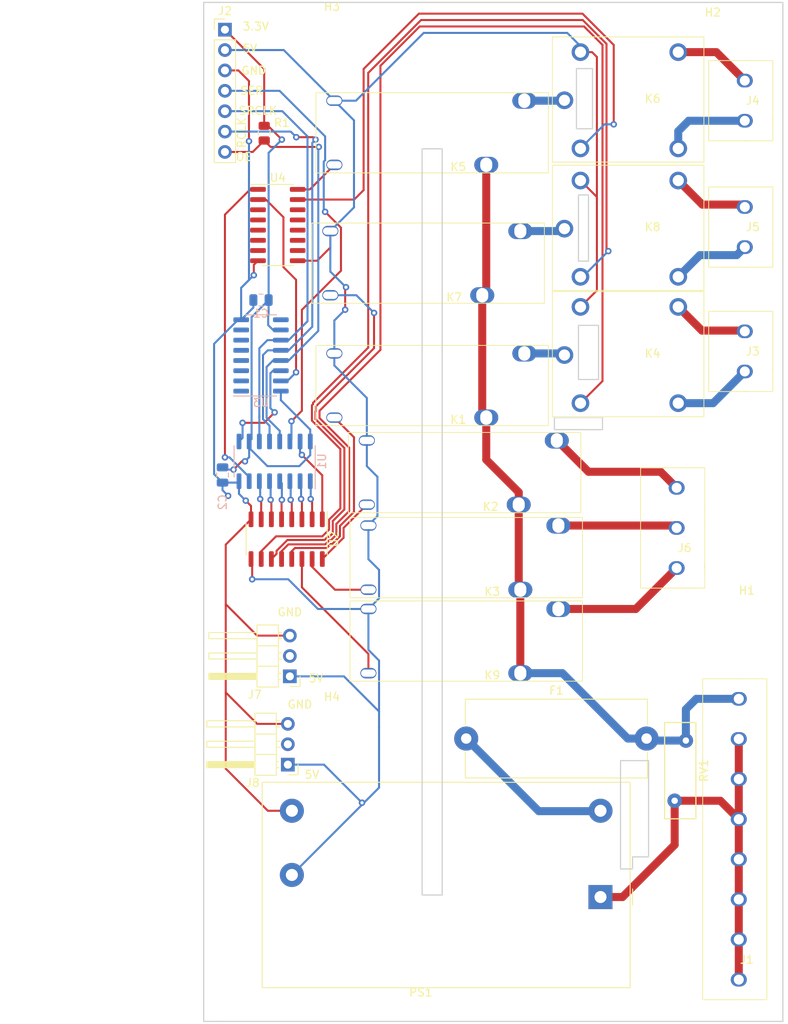
<source format=kicad_pcb>
(kicad_pcb (version 20171130) (host pcbnew 5.1.9+dfsg1-1)

  (general
    (thickness 1.6)
    (drawings 48)
    (tracks 393)
    (zones 0)
    (modules 31)
    (nets 62)
  )

  (page A4)
  (layers
    (0 F.Cu signal)
    (31 B.Cu signal)
    (32 B.Adhes user)
    (33 F.Adhes user)
    (34 B.Paste user)
    (35 F.Paste user)
    (36 B.SilkS user)
    (37 F.SilkS user)
    (38 B.Mask user)
    (39 F.Mask user)
    (40 Dwgs.User user)
    (41 Cmts.User user)
    (42 Eco1.User user)
    (43 Eco2.User user)
    (44 Edge.Cuts user)
    (45 Margin user)
    (46 B.CrtYd user)
    (47 F.CrtYd user)
    (48 B.Fab user)
    (49 F.Fab user)
  )

  (setup
    (last_trace_width 0.25)
    (user_trace_width 1)
    (trace_clearance 0.2)
    (zone_clearance 0.508)
    (zone_45_only no)
    (trace_min 0.2)
    (via_size 0.8)
    (via_drill 0.4)
    (via_min_size 0.4)
    (via_min_drill 0.3)
    (uvia_size 0.3)
    (uvia_drill 0.1)
    (uvias_allowed no)
    (uvia_min_size 0.2)
    (uvia_min_drill 0.1)
    (edge_width 0.15)
    (segment_width 0.2)
    (pcb_text_width 0.3)
    (pcb_text_size 1.5 1.5)
    (mod_edge_width 0.15)
    (mod_text_size 1 1)
    (mod_text_width 0.15)
    (pad_size 1.524 1.524)
    (pad_drill 0.762)
    (pad_to_mask_clearance 0.051)
    (aux_axis_origin 0 0)
    (visible_elements FFFFFF7F)
    (pcbplotparams
      (layerselection 0x010fc_ffffffff)
      (usegerberextensions false)
      (usegerberattributes false)
      (usegerberadvancedattributes false)
      (creategerberjobfile false)
      (excludeedgelayer true)
      (linewidth 0.100000)
      (plotframeref false)
      (viasonmask false)
      (mode 1)
      (useauxorigin false)
      (hpglpennumber 1)
      (hpglpenspeed 20)
      (hpglpendiameter 15.000000)
      (psnegative false)
      (psa4output false)
      (plotreference true)
      (plotvalue true)
      (plotinvisibletext false)
      (padsonsilk false)
      (subtractmaskfromsilk true)
      (outputformat 1)
      (mirror false)
      (drillshape 0)
      (scaleselection 1)
      (outputdirectory "/tmp/relay"))
  )

  (net 0 "")
  (net 1 L)
  (net 2 "Net-(F1-Pad1)")
  (net 3 "Net-(J1-Pad1)")
  (net 4 GND)
  (net 5 +5V)
  (net 6 +3V3)
  (net 7 "Net-(J3-Pad1)")
  (net 8 "Net-(J3-Pad2)")
  (net 9 "Net-(J4-Pad1)")
  (net 10 "Net-(J4-Pad2)")
  (net 11 "Net-(J5-Pad1)")
  (net 12 "Net-(J5-Pad2)")
  (net 13 "Net-(K1-PadA2)")
  (net 14 "Net-(K1-Pad14)")
  (net 15 "Net-(K2-PadA2)")
  (net 16 "Net-(J6-Pad1)")
  (net 17 "Net-(K3-PadA2)")
  (net 18 "Net-(J6-Pad2)")
  (net 19 "Net-(K4-PadA2)")
  (net 20 "Net-(K5-PadA2)")
  (net 21 "Net-(K5-Pad14)")
  (net 22 "Net-(K6-PadA2)")
  (net 23 "Net-(K7-PadA2)")
  (net 24 "Net-(K7-Pad14)")
  (net 25 "Net-(K8-PadA2)")
  (net 26 "Net-(K9-PadA2)")
  (net 27 "Net-(J6-Pad3)")
  (net 28 "Net-(U1-Pad15)")
  (net 29 "Net-(U1-Pad9)")
  (net 30 "Net-(U1-Pad7)")
  (net 31 "Net-(U1-Pad6)")
  (net 32 "Net-(U1-Pad5)")
  (net 33 "Net-(U1-Pad4)")
  (net 34 "Net-(U1-Pad3)")
  (net 35 "Net-(U1-Pad2)")
  (net 36 "Net-(U1-Pad1)")
  (net 37 "Net-(U3-Pad15)")
  (net 38 "Net-(U3-Pad9)")
  (net 39 "Net-(U3-Pad7)")
  (net 40 "Net-(U3-Pad6)")
  (net 41 "Net-(U3-Pad5)")
  (net 42 "Net-(U3-Pad4)")
  (net 43 "Net-(U3-Pad3)")
  (net 44 "Net-(U3-Pad2)")
  (net 45 "Net-(U3-Pad1)")
  (net 46 "Net-(U4-Pad14)")
  (net 47 "Net-(U4-Pad13)")
  (net 48 "Net-(U4-Pad12)")
  (net 49 "Net-(U4-Pad11)")
  (net 50 "Net-(U4-Pad10)")
  (net 51 "Net-(U4-Pad7)")
  (net 52 "Net-(U4-Pad6)")
  (net 53 "Net-(U4-Pad5)")
  (net 54 "Net-(U4-Pad4)")
  (net 55 "Net-(U4-Pad3)")
  (net 56 /OE)
  (net 57 /RCLK)
  (net 58 /SRCLK)
  (net 59 /SER)
  (net 60 "Net-(J7-Pad2)")
  (net 61 "Net-(J8-Pad2)")

  (net_class Default "This is the default net class."
    (clearance 0.2)
    (trace_width 0.25)
    (via_dia 0.8)
    (via_drill 0.4)
    (uvia_dia 0.3)
    (uvia_drill 0.1)
    (add_net +3V3)
    (add_net +5V)
    (add_net /OE)
    (add_net /RCLK)
    (add_net /SER)
    (add_net /SRCLK)
    (add_net GND)
    (add_net L)
    (add_net "Net-(F1-Pad1)")
    (add_net "Net-(J1-Pad1)")
    (add_net "Net-(J3-Pad1)")
    (add_net "Net-(J3-Pad2)")
    (add_net "Net-(J4-Pad1)")
    (add_net "Net-(J4-Pad2)")
    (add_net "Net-(J5-Pad1)")
    (add_net "Net-(J5-Pad2)")
    (add_net "Net-(J6-Pad1)")
    (add_net "Net-(J6-Pad2)")
    (add_net "Net-(J6-Pad3)")
    (add_net "Net-(J7-Pad2)")
    (add_net "Net-(J8-Pad2)")
    (add_net "Net-(K1-Pad14)")
    (add_net "Net-(K1-PadA2)")
    (add_net "Net-(K2-PadA2)")
    (add_net "Net-(K3-PadA2)")
    (add_net "Net-(K4-PadA2)")
    (add_net "Net-(K5-Pad14)")
    (add_net "Net-(K5-PadA2)")
    (add_net "Net-(K6-PadA2)")
    (add_net "Net-(K7-Pad14)")
    (add_net "Net-(K7-PadA2)")
    (add_net "Net-(K8-PadA2)")
    (add_net "Net-(K9-PadA2)")
    (add_net "Net-(U1-Pad1)")
    (add_net "Net-(U1-Pad15)")
    (add_net "Net-(U1-Pad2)")
    (add_net "Net-(U1-Pad3)")
    (add_net "Net-(U1-Pad4)")
    (add_net "Net-(U1-Pad5)")
    (add_net "Net-(U1-Pad6)")
    (add_net "Net-(U1-Pad7)")
    (add_net "Net-(U1-Pad9)")
    (add_net "Net-(U3-Pad1)")
    (add_net "Net-(U3-Pad15)")
    (add_net "Net-(U3-Pad2)")
    (add_net "Net-(U3-Pad3)")
    (add_net "Net-(U3-Pad4)")
    (add_net "Net-(U3-Pad5)")
    (add_net "Net-(U3-Pad6)")
    (add_net "Net-(U3-Pad7)")
    (add_net "Net-(U3-Pad9)")
    (add_net "Net-(U4-Pad10)")
    (add_net "Net-(U4-Pad11)")
    (add_net "Net-(U4-Pad12)")
    (add_net "Net-(U4-Pad13)")
    (add_net "Net-(U4-Pad14)")
    (add_net "Net-(U4-Pad3)")
    (add_net "Net-(U4-Pad4)")
    (add_net "Net-(U4-Pad5)")
    (add_net "Net-(U4-Pad6)")
    (add_net "Net-(U4-Pad7)")
  )

  (net_class 220V ""
    (clearance 1.5)
    (trace_width 3)
    (via_dia 0.8)
    (via_drill 0.4)
    (uvia_dia 0.3)
    (uvia_drill 0.1)
  )

  (net_class default_ ""
    (clearance 0.2)
    (trace_width 0.25)
    (via_dia 0.8)
    (via_drill 0.4)
    (uvia_dia 0.3)
    (uvia_drill 0.1)
  )

  (module Connector_PinHeader_2.54mm:PinHeader_1x03_P2.54mm_Horizontal (layer F.Cu) (tedit 59FED5CB) (tstamp 608423E4)
    (at 83.5 106.5 180)
    (descr "Through hole angled pin header, 1x03, 2.54mm pitch, 6mm pin length, single row")
    (tags "Through hole angled pin header THT 1x03 2.54mm single row")
    (path /60AAA62A)
    (fp_text reference J7 (at 4.385 -2.27) (layer F.SilkS)
      (effects (font (size 1 1) (thickness 0.15)))
    )
    (fp_text value Conn_01x03_Male (at 4.385 7.35) (layer F.Fab)
      (effects (font (size 1 1) (thickness 0.15)))
    )
    (fp_line (start 10.55 -1.8) (end -1.8 -1.8) (layer F.CrtYd) (width 0.05))
    (fp_line (start 10.55 6.85) (end 10.55 -1.8) (layer F.CrtYd) (width 0.05))
    (fp_line (start -1.8 6.85) (end 10.55 6.85) (layer F.CrtYd) (width 0.05))
    (fp_line (start -1.8 -1.8) (end -1.8 6.85) (layer F.CrtYd) (width 0.05))
    (fp_line (start -1.27 -1.27) (end 0 -1.27) (layer F.SilkS) (width 0.12))
    (fp_line (start -1.27 0) (end -1.27 -1.27) (layer F.SilkS) (width 0.12))
    (fp_line (start 1.042929 5.46) (end 1.44 5.46) (layer F.SilkS) (width 0.12))
    (fp_line (start 1.042929 4.7) (end 1.44 4.7) (layer F.SilkS) (width 0.12))
    (fp_line (start 10.1 5.46) (end 4.1 5.46) (layer F.SilkS) (width 0.12))
    (fp_line (start 10.1 4.7) (end 10.1 5.46) (layer F.SilkS) (width 0.12))
    (fp_line (start 4.1 4.7) (end 10.1 4.7) (layer F.SilkS) (width 0.12))
    (fp_line (start 1.44 3.81) (end 4.1 3.81) (layer F.SilkS) (width 0.12))
    (fp_line (start 1.042929 2.92) (end 1.44 2.92) (layer F.SilkS) (width 0.12))
    (fp_line (start 1.042929 2.16) (end 1.44 2.16) (layer F.SilkS) (width 0.12))
    (fp_line (start 10.1 2.92) (end 4.1 2.92) (layer F.SilkS) (width 0.12))
    (fp_line (start 10.1 2.16) (end 10.1 2.92) (layer F.SilkS) (width 0.12))
    (fp_line (start 4.1 2.16) (end 10.1 2.16) (layer F.SilkS) (width 0.12))
    (fp_line (start 1.44 1.27) (end 4.1 1.27) (layer F.SilkS) (width 0.12))
    (fp_line (start 1.11 0.38) (end 1.44 0.38) (layer F.SilkS) (width 0.12))
    (fp_line (start 1.11 -0.38) (end 1.44 -0.38) (layer F.SilkS) (width 0.12))
    (fp_line (start 4.1 0.28) (end 10.1 0.28) (layer F.SilkS) (width 0.12))
    (fp_line (start 4.1 0.16) (end 10.1 0.16) (layer F.SilkS) (width 0.12))
    (fp_line (start 4.1 0.04) (end 10.1 0.04) (layer F.SilkS) (width 0.12))
    (fp_line (start 4.1 -0.08) (end 10.1 -0.08) (layer F.SilkS) (width 0.12))
    (fp_line (start 4.1 -0.2) (end 10.1 -0.2) (layer F.SilkS) (width 0.12))
    (fp_line (start 4.1 -0.32) (end 10.1 -0.32) (layer F.SilkS) (width 0.12))
    (fp_line (start 10.1 0.38) (end 4.1 0.38) (layer F.SilkS) (width 0.12))
    (fp_line (start 10.1 -0.38) (end 10.1 0.38) (layer F.SilkS) (width 0.12))
    (fp_line (start 4.1 -0.38) (end 10.1 -0.38) (layer F.SilkS) (width 0.12))
    (fp_line (start 4.1 -1.33) (end 1.44 -1.33) (layer F.SilkS) (width 0.12))
    (fp_line (start 4.1 6.41) (end 4.1 -1.33) (layer F.SilkS) (width 0.12))
    (fp_line (start 1.44 6.41) (end 4.1 6.41) (layer F.SilkS) (width 0.12))
    (fp_line (start 1.44 -1.33) (end 1.44 6.41) (layer F.SilkS) (width 0.12))
    (fp_line (start 4.04 5.4) (end 10.04 5.4) (layer F.Fab) (width 0.1))
    (fp_line (start 10.04 4.76) (end 10.04 5.4) (layer F.Fab) (width 0.1))
    (fp_line (start 4.04 4.76) (end 10.04 4.76) (layer F.Fab) (width 0.1))
    (fp_line (start -0.32 5.4) (end 1.5 5.4) (layer F.Fab) (width 0.1))
    (fp_line (start -0.32 4.76) (end -0.32 5.4) (layer F.Fab) (width 0.1))
    (fp_line (start -0.32 4.76) (end 1.5 4.76) (layer F.Fab) (width 0.1))
    (fp_line (start 4.04 2.86) (end 10.04 2.86) (layer F.Fab) (width 0.1))
    (fp_line (start 10.04 2.22) (end 10.04 2.86) (layer F.Fab) (width 0.1))
    (fp_line (start 4.04 2.22) (end 10.04 2.22) (layer F.Fab) (width 0.1))
    (fp_line (start -0.32 2.86) (end 1.5 2.86) (layer F.Fab) (width 0.1))
    (fp_line (start -0.32 2.22) (end -0.32 2.86) (layer F.Fab) (width 0.1))
    (fp_line (start -0.32 2.22) (end 1.5 2.22) (layer F.Fab) (width 0.1))
    (fp_line (start 4.04 0.32) (end 10.04 0.32) (layer F.Fab) (width 0.1))
    (fp_line (start 10.04 -0.32) (end 10.04 0.32) (layer F.Fab) (width 0.1))
    (fp_line (start 4.04 -0.32) (end 10.04 -0.32) (layer F.Fab) (width 0.1))
    (fp_line (start -0.32 0.32) (end 1.5 0.32) (layer F.Fab) (width 0.1))
    (fp_line (start -0.32 -0.32) (end -0.32 0.32) (layer F.Fab) (width 0.1))
    (fp_line (start -0.32 -0.32) (end 1.5 -0.32) (layer F.Fab) (width 0.1))
    (fp_line (start 1.5 -0.635) (end 2.135 -1.27) (layer F.Fab) (width 0.1))
    (fp_line (start 1.5 6.35) (end 1.5 -0.635) (layer F.Fab) (width 0.1))
    (fp_line (start 4.04 6.35) (end 1.5 6.35) (layer F.Fab) (width 0.1))
    (fp_line (start 4.04 -1.27) (end 4.04 6.35) (layer F.Fab) (width 0.1))
    (fp_line (start 2.135 -1.27) (end 4.04 -1.27) (layer F.Fab) (width 0.1))
    (fp_text user %R (at 2.77 2.54 90) (layer F.Fab)
      (effects (font (size 1 1) (thickness 0.15)))
    )
    (pad 3 thru_hole oval (at 0 5.08 180) (size 1.7 1.7) (drill 1) (layers *.Cu *.Mask)
      (net 4 GND))
    (pad 2 thru_hole oval (at 0 2.54 180) (size 1.7 1.7) (drill 1) (layers *.Cu *.Mask)
      (net 60 "Net-(J7-Pad2)"))
    (pad 1 thru_hole rect (at 0 0 180) (size 1.7 1.7) (drill 1) (layers *.Cu *.Mask)
      (net 5 +5V))
    (model ${KISYS3DMOD}/Connector_PinHeader_2.54mm.3dshapes/PinHeader_1x03_P2.54mm_Horizontal.wrl
      (at (xyz 0 0 0))
      (scale (xyz 1 1 1))
      (rotate (xyz 0 0 0))
    )
  )

  (module Connector_PinHeader_2.54mm:PinHeader_1x03_P2.54mm_Horizontal (layer F.Cu) (tedit 59FED5CB) (tstamp 60841199)
    (at 83.25 117.5 180)
    (descr "Through hole angled pin header, 1x03, 2.54mm pitch, 6mm pin length, single row")
    (tags "Through hole angled pin header THT 1x03 2.54mm single row")
    (path /60AC7DBB)
    (fp_text reference J8 (at 4.385 -2.27) (layer F.SilkS)
      (effects (font (size 1 1) (thickness 0.15)))
    )
    (fp_text value Conn_01x03_Male (at 4.385 7.35) (layer F.Fab)
      (effects (font (size 1 1) (thickness 0.15)))
    )
    (fp_line (start 10.55 -1.8) (end -1.8 -1.8) (layer F.CrtYd) (width 0.05))
    (fp_line (start 10.55 6.85) (end 10.55 -1.8) (layer F.CrtYd) (width 0.05))
    (fp_line (start -1.8 6.85) (end 10.55 6.85) (layer F.CrtYd) (width 0.05))
    (fp_line (start -1.8 -1.8) (end -1.8 6.85) (layer F.CrtYd) (width 0.05))
    (fp_line (start -1.27 -1.27) (end 0 -1.27) (layer F.SilkS) (width 0.12))
    (fp_line (start -1.27 0) (end -1.27 -1.27) (layer F.SilkS) (width 0.12))
    (fp_line (start 1.042929 5.46) (end 1.44 5.46) (layer F.SilkS) (width 0.12))
    (fp_line (start 1.042929 4.7) (end 1.44 4.7) (layer F.SilkS) (width 0.12))
    (fp_line (start 10.1 5.46) (end 4.1 5.46) (layer F.SilkS) (width 0.12))
    (fp_line (start 10.1 4.7) (end 10.1 5.46) (layer F.SilkS) (width 0.12))
    (fp_line (start 4.1 4.7) (end 10.1 4.7) (layer F.SilkS) (width 0.12))
    (fp_line (start 1.44 3.81) (end 4.1 3.81) (layer F.SilkS) (width 0.12))
    (fp_line (start 1.042929 2.92) (end 1.44 2.92) (layer F.SilkS) (width 0.12))
    (fp_line (start 1.042929 2.16) (end 1.44 2.16) (layer F.SilkS) (width 0.12))
    (fp_line (start 10.1 2.92) (end 4.1 2.92) (layer F.SilkS) (width 0.12))
    (fp_line (start 10.1 2.16) (end 10.1 2.92) (layer F.SilkS) (width 0.12))
    (fp_line (start 4.1 2.16) (end 10.1 2.16) (layer F.SilkS) (width 0.12))
    (fp_line (start 1.44 1.27) (end 4.1 1.27) (layer F.SilkS) (width 0.12))
    (fp_line (start 1.11 0.38) (end 1.44 0.38) (layer F.SilkS) (width 0.12))
    (fp_line (start 1.11 -0.38) (end 1.44 -0.38) (layer F.SilkS) (width 0.12))
    (fp_line (start 4.1 0.28) (end 10.1 0.28) (layer F.SilkS) (width 0.12))
    (fp_line (start 4.1 0.16) (end 10.1 0.16) (layer F.SilkS) (width 0.12))
    (fp_line (start 4.1 0.04) (end 10.1 0.04) (layer F.SilkS) (width 0.12))
    (fp_line (start 4.1 -0.08) (end 10.1 -0.08) (layer F.SilkS) (width 0.12))
    (fp_line (start 4.1 -0.2) (end 10.1 -0.2) (layer F.SilkS) (width 0.12))
    (fp_line (start 4.1 -0.32) (end 10.1 -0.32) (layer F.SilkS) (width 0.12))
    (fp_line (start 10.1 0.38) (end 4.1 0.38) (layer F.SilkS) (width 0.12))
    (fp_line (start 10.1 -0.38) (end 10.1 0.38) (layer F.SilkS) (width 0.12))
    (fp_line (start 4.1 -0.38) (end 10.1 -0.38) (layer F.SilkS) (width 0.12))
    (fp_line (start 4.1 -1.33) (end 1.44 -1.33) (layer F.SilkS) (width 0.12))
    (fp_line (start 4.1 6.41) (end 4.1 -1.33) (layer F.SilkS) (width 0.12))
    (fp_line (start 1.44 6.41) (end 4.1 6.41) (layer F.SilkS) (width 0.12))
    (fp_line (start 1.44 -1.33) (end 1.44 6.41) (layer F.SilkS) (width 0.12))
    (fp_line (start 4.04 5.4) (end 10.04 5.4) (layer F.Fab) (width 0.1))
    (fp_line (start 10.04 4.76) (end 10.04 5.4) (layer F.Fab) (width 0.1))
    (fp_line (start 4.04 4.76) (end 10.04 4.76) (layer F.Fab) (width 0.1))
    (fp_line (start -0.32 5.4) (end 1.5 5.4) (layer F.Fab) (width 0.1))
    (fp_line (start -0.32 4.76) (end -0.32 5.4) (layer F.Fab) (width 0.1))
    (fp_line (start -0.32 4.76) (end 1.5 4.76) (layer F.Fab) (width 0.1))
    (fp_line (start 4.04 2.86) (end 10.04 2.86) (layer F.Fab) (width 0.1))
    (fp_line (start 10.04 2.22) (end 10.04 2.86) (layer F.Fab) (width 0.1))
    (fp_line (start 4.04 2.22) (end 10.04 2.22) (layer F.Fab) (width 0.1))
    (fp_line (start -0.32 2.86) (end 1.5 2.86) (layer F.Fab) (width 0.1))
    (fp_line (start -0.32 2.22) (end -0.32 2.86) (layer F.Fab) (width 0.1))
    (fp_line (start -0.32 2.22) (end 1.5 2.22) (layer F.Fab) (width 0.1))
    (fp_line (start 4.04 0.32) (end 10.04 0.32) (layer F.Fab) (width 0.1))
    (fp_line (start 10.04 -0.32) (end 10.04 0.32) (layer F.Fab) (width 0.1))
    (fp_line (start 4.04 -0.32) (end 10.04 -0.32) (layer F.Fab) (width 0.1))
    (fp_line (start -0.32 0.32) (end 1.5 0.32) (layer F.Fab) (width 0.1))
    (fp_line (start -0.32 -0.32) (end -0.32 0.32) (layer F.Fab) (width 0.1))
    (fp_line (start -0.32 -0.32) (end 1.5 -0.32) (layer F.Fab) (width 0.1))
    (fp_line (start 1.5 -0.635) (end 2.135 -1.27) (layer F.Fab) (width 0.1))
    (fp_line (start 1.5 6.35) (end 1.5 -0.635) (layer F.Fab) (width 0.1))
    (fp_line (start 4.04 6.35) (end 1.5 6.35) (layer F.Fab) (width 0.1))
    (fp_line (start 4.04 -1.27) (end 4.04 6.35) (layer F.Fab) (width 0.1))
    (fp_line (start 2.135 -1.27) (end 4.04 -1.27) (layer F.Fab) (width 0.1))
    (fp_text user %R (at 2.77 2.54 90) (layer F.Fab)
      (effects (font (size 1 1) (thickness 0.15)))
    )
    (pad 3 thru_hole oval (at 0 5.08 180) (size 1.7 1.7) (drill 1) (layers *.Cu *.Mask)
      (net 4 GND))
    (pad 2 thru_hole oval (at 0 2.54 180) (size 1.7 1.7) (drill 1) (layers *.Cu *.Mask)
      (net 61 "Net-(J8-Pad2)"))
    (pad 1 thru_hole rect (at 0 0 180) (size 1.7 1.7) (drill 1) (layers *.Cu *.Mask)
      (net 5 +5V))
    (model ${KISYS3DMOD}/Connector_PinHeader_2.54mm.3dshapes/PinHeader_1x03_P2.54mm_Horizontal.wrl
      (at (xyz 0 0 0))
      (scale (xyz 1 1 1))
      (rotate (xyz 0 0 0))
    )
  )

  (module MountingHole:MountingHole_3.2mm_M3 (layer F.Cu) (tedit 56D1B4CB) (tstamp 6083FEAC)
    (at 88.75 113.25)
    (descr "Mounting Hole 3.2mm, no annular, M3")
    (tags "mounting hole 3.2mm no annular m3")
    (path /60A8E701)
    (attr virtual)
    (fp_text reference H4 (at 0 -4.2) (layer F.SilkS)
      (effects (font (size 1 1) (thickness 0.15)))
    )
    (fp_text value MountingHole (at 0 4.2) (layer F.Fab)
      (effects (font (size 1 1) (thickness 0.15)))
    )
    (fp_circle (center 0 0) (end 3.2 0) (layer Cmts.User) (width 0.15))
    (fp_circle (center 0 0) (end 3.45 0) (layer F.CrtYd) (width 0.05))
    (fp_text user %R (at 0.3 0) (layer F.Fab)
      (effects (font (size 1 1) (thickness 0.15)))
    )
    (pad 1 np_thru_hole circle (at 0 0) (size 3.2 3.2) (drill 3.2) (layers *.Cu *.Mask))
  )

  (module MountingHole:MountingHole_3.2mm_M3 (layer F.Cu) (tedit 56D1B4CB) (tstamp 6083FEA4)
    (at 88.75 27.25)
    (descr "Mounting Hole 3.2mm, no annular, M3")
    (tags "mounting hole 3.2mm no annular m3")
    (path /60A8E540)
    (attr virtual)
    (fp_text reference H3 (at 0 -4.2) (layer F.SilkS)
      (effects (font (size 1 1) (thickness 0.15)))
    )
    (fp_text value MountingHole (at 0 4.2) (layer F.Fab)
      (effects (font (size 1 1) (thickness 0.15)))
    )
    (fp_circle (center 0 0) (end 3.2 0) (layer Cmts.User) (width 0.15))
    (fp_circle (center 0 0) (end 3.45 0) (layer F.CrtYd) (width 0.05))
    (fp_text user %R (at 0.3 0) (layer F.Fab)
      (effects (font (size 1 1) (thickness 0.15)))
    )
    (pad 1 np_thru_hole circle (at 0 0) (size 3.2 3.2) (drill 3.2) (layers *.Cu *.Mask))
  )

  (module MountingHole:MountingHole_3.2mm_M3 (layer F.Cu) (tedit 56D1B4CB) (tstamp 6083FE9C)
    (at 140.5 26.25)
    (descr "Mounting Hole 3.2mm, no annular, M3")
    (tags "mounting hole 3.2mm no annular m3")
    (path /60A8E302)
    (attr virtual)
    (fp_text reference H2 (at -4.25 -2.5) (layer F.SilkS)
      (effects (font (size 1 1) (thickness 0.15)))
    )
    (fp_text value MountingHole (at 0 4.2) (layer F.Fab)
      (effects (font (size 1 1) (thickness 0.15)))
    )
    (fp_circle (center 0 0) (end 3.2 0) (layer Cmts.User) (width 0.15))
    (fp_circle (center 0 0) (end 3.45 0) (layer F.CrtYd) (width 0.05))
    (fp_text user %R (at 0.3 0) (layer F.Fab)
      (effects (font (size 1 1) (thickness 0.15)))
    )
    (pad 1 np_thru_hole circle (at 0 0) (size 3.2 3.2) (drill 3.2) (layers *.Cu *.Mask))
  )

  (module MountingHole:MountingHole_3.2mm_M3 (layer F.Cu) (tedit 56D1B4CB) (tstamp 6083FE94)
    (at 140.5 100)
    (descr "Mounting Hole 3.2mm, no annular, M3")
    (tags "mounting hole 3.2mm no annular m3")
    (path /60A8DFB2)
    (attr virtual)
    (fp_text reference H1 (at 0 -4.2) (layer F.SilkS)
      (effects (font (size 1 1) (thickness 0.15)))
    )
    (fp_text value MountingHole (at 0 4.2) (layer F.Fab)
      (effects (font (size 1 1) (thickness 0.15)))
    )
    (fp_circle (center 0 0) (end 3.2 0) (layer Cmts.User) (width 0.15))
    (fp_circle (center 0 0) (end 3.45 0) (layer F.CrtYd) (width 0.05))
    (fp_text user %R (at 0.3 0) (layer F.Fab)
      (effects (font (size 1 1) (thickness 0.15)))
    )
    (pad 1 np_thru_hole circle (at 0 0) (size 3.2 3.2) (drill 3.2) (layers *.Cu *.Mask))
  )

  (module RNDs:RND_Schraubklemme_3pol (layer F.Cu) (tedit 6083077E) (tstamp 6083E86B)
    (at 131.75 93 90)
    (path /60832F2F)
    (fp_text reference J6 (at 2.5 1) (layer F.SilkS)
      (effects (font (size 1 1) (thickness 0.15)))
    )
    (fp_text value Lights (at 3 -6 90) (layer F.Fab)
      (effects (font (size 1 1) (thickness 0.15)))
    )
    (fp_line (start 0 3.5) (end 5 3.5) (layer F.SilkS) (width 0.1))
    (fp_line (start 5 1.5) (end 5 3) (layer F.CrtYd) (width 0.1))
    (fp_line (start 0 1.5) (end 0 3) (layer F.CrtYd) (width 0.1))
    (fp_line (start 5 -4) (end 5 -3) (layer F.CrtYd) (width 0.1))
    (fp_line (start 0 -4) (end 5 -4) (layer F.CrtYd) (width 0.1))
    (fp_line (start 0 -3) (end 0 -4) (layer F.CrtYd) (width 0.1))
    (fp_line (start 0 -3.5) (end 0 -3) (layer F.CrtYd) (width 0.1))
    (fp_line (start 5 -3.5) (end 0 -3.5) (layer F.CrtYd) (width 0.1))
    (fp_line (start 5 -3) (end 5 -3.5) (layer F.CrtYd) (width 0.1))
    (fp_line (start 0 -3) (end 5 -3) (layer F.CrtYd) (width 0.1))
    (fp_line (start -2.5 3.5) (end 0.5 3.5) (layer F.SilkS) (width 0.1))
    (fp_line (start -2.5 0) (end -2.5 3.5) (layer F.SilkS) (width 0.1))
    (fp_line (start 7.5 3.5) (end 5 3.5) (layer F.SilkS) (width 0.1))
    (fp_line (start 12.5 3.5) (end 12.5 0) (layer F.SilkS) (width 0.1))
    (fp_line (start 7.5 3.5) (end 12.5 3.5) (layer F.SilkS) (width 0.1))
    (fp_line (start 5 -4) (end 10 -4) (layer F.CrtYd) (width 0.1))
    (fp_line (start 5 -3.5) (end 5 -4) (layer F.CrtYd) (width 0.1))
    (fp_line (start 4.5 -3.5) (end 5 -3.5) (layer F.CrtYd) (width 0.1))
    (fp_line (start 10 -3.5) (end 4.5 -3.5) (layer F.CrtYd) (width 0.1))
    (fp_line (start 5 -3) (end 10 -3) (layer F.CrtYd) (width 0.1))
    (fp_line (start 10 -3) (end 10 -4) (layer F.CrtYd) (width 0.1))
    (fp_line (start 10 1.5) (end 10 3) (layer F.CrtYd) (width 0.1))
    (fp_line (start 12.5 -4.5) (end 12.5 0) (layer F.SilkS) (width 0.1))
    (fp_line (start 12.5 -4.5) (end -2.5 -4.5) (layer F.SilkS) (width 0.1))
    (fp_line (start -2.5 -4.5) (end -2.5 0.5) (layer F.SilkS) (width 0.1))
    (pad 3 thru_hole oval (at 10 0 90) (size 1.7 2) (drill 1.25) (layers *.Cu *.Mask)
      (net 27 "Net-(J6-Pad3)"))
    (pad 2 thru_hole oval (at 5 0 90) (size 1.7 2) (drill 1.25) (layers *.Cu *.Mask)
      (net 18 "Net-(J6-Pad2)"))
    (pad 1 thru_hole oval (at 0 0 90) (size 1.7 2) (drill 1.25) (layers *.Cu *.Mask)
      (net 16 "Net-(J6-Pad1)"))
  )

  (module RNDs:RND_Schraubklemme_8pol (layer F.Cu) (tedit 5BD3364F) (tstamp 6083AD5A)
    (at 139.5 144.3 90)
    (path /60A12F99)
    (fp_text reference J1 (at 2.5 1) (layer F.SilkS)
      (effects (font (size 1 1) (thickness 0.15)))
    )
    (fp_text value Screw_Terminal_01x08 (at 3 -6 90) (layer F.Fab)
      (effects (font (size 1 1) (thickness 0.15)))
    )
    (fp_line (start 35 1.5) (end 35 3) (layer F.CrtYd) (width 0.1))
    (fp_line (start 30 1.5) (end 30 3) (layer F.CrtYd) (width 0.1))
    (fp_line (start 25 -3) (end 35 -3) (layer F.CrtYd) (width 0.1))
    (fp_line (start 35 -3) (end 35 -4) (layer F.CrtYd) (width 0.1))
    (fp_line (start 35 -4) (end 25 -4) (layer F.CrtYd) (width 0.1))
    (fp_line (start 25 -4) (end 25 -3.5) (layer F.CrtYd) (width 0.1))
    (fp_line (start 25 -3.5) (end 30 -3.5) (layer F.CrtYd) (width 0.1))
    (fp_line (start 30 -3.5) (end 30 -3) (layer F.CrtYd) (width 0.1))
    (fp_line (start 30 -3) (end 30 -4) (layer F.CrtYd) (width 0.1))
    (fp_line (start 30 -4) (end 30 -3.5) (layer F.CrtYd) (width 0.1))
    (fp_line (start 30 -3.5) (end 35 -3.5) (layer F.CrtYd) (width 0.1))
    (fp_line (start 37.5 0) (end 37.5 3.5) (layer F.SilkS) (width 0.1))
    (fp_line (start 37.5 3.5) (end 27 3.5) (layer F.SilkS) (width 0.1))
    (fp_line (start 37.5 0) (end 37.5 -4.5) (layer F.SilkS) (width 0.1))
    (fp_line (start 37.5 -4.5) (end 27 -4.5) (layer F.SilkS) (width 0.1))
    (fp_line (start 20 -4) (end 25 -4) (layer F.CrtYd) (width 0.1))
    (fp_line (start 25 -4) (end 25 -3) (layer F.CrtYd) (width 0.1))
    (fp_line (start 25 -3) (end 20 -3) (layer F.CrtYd) (width 0.1))
    (fp_line (start 20 -3) (end 20 -3.5) (layer F.CrtYd) (width 0.1))
    (fp_line (start 20 -3.5) (end 25 -3.5) (layer F.CrtYd) (width 0.1))
    (fp_line (start 27.5 3.5) (end 22 3.5) (layer F.SilkS) (width 0.1))
    (fp_line (start 27.5 -4.5) (end 22.5 -4.5) (layer F.SilkS) (width 0.1))
    (fp_line (start 25 1.5) (end 25 3) (layer F.CrtYd) (width 0.1))
    (fp_line (start -2.5 -4.5) (end -2.5 0.5) (layer F.SilkS) (width 0.1))
    (fp_line (start 10 -4.5) (end -2.5 -4.5) (layer F.SilkS) (width 0.1))
    (fp_line (start 10 -4.5) (end 22.5 -4.5) (layer F.SilkS) (width 0.1))
    (fp_line (start 20 1.5) (end 20 3) (layer F.CrtYd) (width 0.1))
    (fp_line (start 15 1.5) (end 15 3) (layer F.CrtYd) (width 0.1))
    (fp_line (start 10 1.5) (end 10 3) (layer F.CrtYd) (width 0.1))
    (fp_line (start 15 -3) (end 15 -4) (layer F.CrtYd) (width 0.1))
    (fp_line (start 10 -3) (end 10 -4) (layer F.CrtYd) (width 0.1))
    (fp_line (start 5 -3) (end 20 -3) (layer F.CrtYd) (width 0.1))
    (fp_line (start 20 -3) (end 20 -3.5) (layer F.CrtYd) (width 0.1))
    (fp_line (start 20 -3.5) (end 4.5 -3.5) (layer F.CrtYd) (width 0.1))
    (fp_line (start 4.5 -3.5) (end 5 -3.5) (layer F.CrtYd) (width 0.1))
    (fp_line (start 5 -3.5) (end 5 -4) (layer F.CrtYd) (width 0.1))
    (fp_line (start 5 -4) (end 20 -4) (layer F.CrtYd) (width 0.1))
    (fp_line (start 20 -4) (end 20 -3) (layer F.CrtYd) (width 0.1))
    (fp_line (start 7.5 3.5) (end 22.5 3.5) (layer F.SilkS) (width 0.1))
    (fp_line (start 7.5 3.5) (end 5 3.5) (layer F.SilkS) (width 0.1))
    (fp_line (start -2.5 0) (end -2.5 3.5) (layer F.SilkS) (width 0.1))
    (fp_line (start -2.5 3.5) (end 0.5 3.5) (layer F.SilkS) (width 0.1))
    (fp_line (start 0 -3) (end 5 -3) (layer F.CrtYd) (width 0.1))
    (fp_line (start 5 -3) (end 5 -3.5) (layer F.CrtYd) (width 0.1))
    (fp_line (start 5 -3.5) (end 0 -3.5) (layer F.CrtYd) (width 0.1))
    (fp_line (start 0 -3.5) (end 0 -3) (layer F.CrtYd) (width 0.1))
    (fp_line (start 0 -3) (end 0 -4) (layer F.CrtYd) (width 0.1))
    (fp_line (start 0 -4) (end 5 -4) (layer F.CrtYd) (width 0.1))
    (fp_line (start 5 -4) (end 5 -3) (layer F.CrtYd) (width 0.1))
    (fp_line (start 0 1.5) (end 0 3) (layer F.CrtYd) (width 0.1))
    (fp_line (start 5 1.5) (end 5 3) (layer F.CrtYd) (width 0.1))
    (fp_line (start 0 3.5) (end 5 3.5) (layer F.SilkS) (width 0.1))
    (pad 1 thru_hole oval (at 0 0 90) (size 1.7 2) (drill 1.25) (layers *.Cu *.Mask)
      (net 3 "Net-(J1-Pad1)"))
    (pad 2 thru_hole oval (at 5 0 90) (size 1.7 2) (drill 1.25) (layers *.Cu *.Mask)
      (net 3 "Net-(J1-Pad1)"))
    (pad 3 thru_hole oval (at 10 0 90) (size 1.7 2) (drill 1.25) (layers *.Cu *.Mask)
      (net 3 "Net-(J1-Pad1)"))
    (pad 4 thru_hole oval (at 15 0 90) (size 1.7 2) (drill 1.25) (layers *.Cu *.Mask)
      (net 3 "Net-(J1-Pad1)"))
    (pad 5 thru_hole oval (at 20 0 90) (size 1.7 2) (drill 1.25) (layers *.Cu *.Mask)
      (net 3 "Net-(J1-Pad1)"))
    (pad 6 thru_hole oval (at 25 0 90) (size 1.7 2) (drill 1.25) (layers *.Cu *.Mask)
      (net 3 "Net-(J1-Pad1)"))
    (pad 7 thru_hole oval (at 30 0 90) (size 1.7 2) (drill 1.25) (layers *.Cu *.Mask)
      (net 3 "Net-(J1-Pad1)"))
    (pad 8 thru_hole oval (at 35 0 90) (size 1.7 2) (drill 1.25) (layers *.Cu *.Mask)
      (net 1 L))
  )

  (module Resistor_SMD:R_0805_2012Metric (layer F.Cu) (tedit 5F68FEEE) (tstamp 60837304)
    (at 80.3 38.8 90)
    (descr "Resistor SMD 0805 (2012 Metric), square (rectangular) end terminal, IPC_7351 nominal, (Body size source: IPC-SM-782 page 72, https://www.pcb-3d.com/wordpress/wp-content/uploads/ipc-sm-782a_amendment_1_and_2.pdf), generated with kicad-footprint-generator")
    (tags resistor)
    (path /5C4AE9C6)
    (attr smd)
    (fp_text reference R1 (at 1.3 2.2 180) (layer F.SilkS)
      (effects (font (size 1 1) (thickness 0.15)))
    )
    (fp_text value 10k (at 0 1.65 90) (layer F.Fab)
      (effects (font (size 1 1) (thickness 0.15)))
    )
    (fp_line (start -1 0.625) (end -1 -0.625) (layer F.Fab) (width 0.1))
    (fp_line (start -1 -0.625) (end 1 -0.625) (layer F.Fab) (width 0.1))
    (fp_line (start 1 -0.625) (end 1 0.625) (layer F.Fab) (width 0.1))
    (fp_line (start 1 0.625) (end -1 0.625) (layer F.Fab) (width 0.1))
    (fp_line (start -0.227064 -0.735) (end 0.227064 -0.735) (layer F.SilkS) (width 0.12))
    (fp_line (start -0.227064 0.735) (end 0.227064 0.735) (layer F.SilkS) (width 0.12))
    (fp_line (start -1.68 0.95) (end -1.68 -0.95) (layer F.CrtYd) (width 0.05))
    (fp_line (start -1.68 -0.95) (end 1.68 -0.95) (layer F.CrtYd) (width 0.05))
    (fp_line (start 1.68 -0.95) (end 1.68 0.95) (layer F.CrtYd) (width 0.05))
    (fp_line (start 1.68 0.95) (end -1.68 0.95) (layer F.CrtYd) (width 0.05))
    (fp_text user %R (at 0 0 90) (layer F.Fab)
      (effects (font (size 0.5 0.5) (thickness 0.08)))
    )
    (pad 2 smd roundrect (at 0.9125 0 90) (size 1.025 1.4) (layers F.Cu F.Paste F.Mask) (roundrect_rratio 0.2439004878048781)
      (net 6 +3V3))
    (pad 1 smd roundrect (at -0.9125 0 90) (size 1.025 1.4) (layers F.Cu F.Paste F.Mask) (roundrect_rratio 0.2439004878048781)
      (net 56 /OE))
    (model ${KISYS3DMOD}/Resistor_SMD.3dshapes/R_0805_2012Metric.wrl
      (at (xyz 0 0 0))
      (scale (xyz 1 1 1))
      (rotate (xyz 0 0 0))
    )
  )

  (module Converter_ACDC:Converter_ACDC_MeanWell_IRM-10-xx_THT (layer F.Cu) (tedit 5AEF7CE2) (tstamp 60835326)
    (at 122.25 134 180)
    (descr http://www.meanwell.com/webapp/product/search.aspx?prod=IRM-10)
    (tags "ACDC-Converter 10W   Meanwell IRM-10")
    (path /609BBEA5)
    (fp_text reference PS1 (at 22.42 -11.88) (layer F.SilkS)
      (effects (font (size 1 1) (thickness 0.15)))
    )
    (fp_text value IRM-10-5 (at 21 15.7) (layer F.Fab)
      (effects (font (size 1 1) (thickness 0.15)))
    )
    (fp_line (start -4 -1) (end -4 1) (layer F.SilkS) (width 0.12))
    (fp_line (start 42.2 -11.3) (end 42.2 14.3) (layer F.SilkS) (width 0.12))
    (fp_line (start -3.7 -11.3) (end 42.2 -11.3) (layer F.SilkS) (width 0.12))
    (fp_line (start -3.6 14.2) (end 42.1 14.2) (layer F.Fab) (width 0.1))
    (fp_line (start 42.1 -11.2) (end -3.6 -11.2) (layer F.Fab) (width 0.1))
    (fp_line (start -3.85 -11.45) (end -3.85 14.45) (layer F.CrtYd) (width 0.05))
    (fp_line (start -3.6 -11.2) (end -3.6 14.2) (layer F.Fab) (width 0.1))
    (fp_line (start -3.7 14.3) (end 42.2 14.3) (layer F.SilkS) (width 0.12))
    (fp_line (start -3.7 -11.3) (end -3.7 14.3) (layer F.SilkS) (width 0.12))
    (fp_line (start 42.1 -11.2) (end 42.1 14.2) (layer F.Fab) (width 0.1))
    (fp_line (start -3.85 14.45) (end 42.35 14.45) (layer F.CrtYd) (width 0.05))
    (fp_line (start -3.85 -11.45) (end 42.35 -11.45) (layer F.CrtYd) (width 0.05))
    (fp_line (start 42.35 -11.45) (end 42.35 14.45) (layer F.CrtYd) (width 0.05))
    (fp_line (start -3.6 -1) (end -2.6 0) (layer F.Fab) (width 0.1))
    (fp_line (start -3.6 1) (end -2.6 0) (layer F.Fab) (width 0.1))
    (fp_text user %R (at 22.42 0.48) (layer F.Fab)
      (effects (font (size 1 1) (thickness 0.15)))
    )
    (pad 1 thru_hole rect (at 0 0 180) (size 3 3) (drill 1.5) (layers *.Cu *.Mask)
      (net 3 "Net-(J1-Pad1)"))
    (pad 4 thru_hole circle (at 38.5 2.75 180) (size 3 3) (drill 1.5) (layers *.Cu *.Mask)
      (net 5 +5V))
    (pad 2 thru_hole circle (at 0 10.75 180) (size 3 3) (drill 1.5) (layers *.Cu *.Mask)
      (net 2 "Net-(F1-Pad1)"))
    (pad 3 thru_hole circle (at 38.5 10.75 180) (size 3 3) (drill 1.5) (layers *.Cu *.Mask)
      (net 4 GND))
    (model ${KISYS3DMOD}/Converter_ACDC.3dshapes/Converter_ACDC_MeanWell-IRM-10-xx_THT.wrl
      (at (xyz 0 0 0))
      (scale (xyz 1 1 1))
      (rotate (xyz 0 0 0))
    )
  )

  (module Capacitor_SMD:C_0805_2012Metric (layer B.Cu) (tedit 5F68FEEE) (tstamp 60833AE4)
    (at 75.1 81.4 90)
    (descr "Capacitor SMD 0805 (2012 Metric), square (rectangular) end terminal, IPC_7351 nominal, (Body size source: IPC-SM-782 page 76, https://www.pcb-3d.com/wordpress/wp-content/uploads/ipc-sm-782a_amendment_1_and_2.pdf, https://docs.google.com/spreadsheets/d/1BsfQQcO9C6DZCsRaXUlFlo91Tg2WpOkGARC1WS5S8t0/edit?usp=sharing), generated with kicad-footprint-generator")
    (tags capacitor)
    (path /608EF8D0)
    (attr smd)
    (fp_text reference C2 (at -3.4 0 90) (layer B.SilkS)
      (effects (font (size 1 1) (thickness 0.15)) (justify mirror))
    )
    (fp_text value 100nf (at 0 -1.68 90) (layer B.Fab)
      (effects (font (size 1 1) (thickness 0.15)) (justify mirror))
    )
    (fp_line (start -1 -0.625) (end -1 0.625) (layer B.Fab) (width 0.1))
    (fp_line (start -1 0.625) (end 1 0.625) (layer B.Fab) (width 0.1))
    (fp_line (start 1 0.625) (end 1 -0.625) (layer B.Fab) (width 0.1))
    (fp_line (start 1 -0.625) (end -1 -0.625) (layer B.Fab) (width 0.1))
    (fp_line (start -0.261252 0.735) (end 0.261252 0.735) (layer B.SilkS) (width 0.12))
    (fp_line (start -0.261252 -0.735) (end 0.261252 -0.735) (layer B.SilkS) (width 0.12))
    (fp_line (start -1.7 -0.98) (end -1.7 0.98) (layer B.CrtYd) (width 0.05))
    (fp_line (start -1.7 0.98) (end 1.7 0.98) (layer B.CrtYd) (width 0.05))
    (fp_line (start 1.7 0.98) (end 1.7 -0.98) (layer B.CrtYd) (width 0.05))
    (fp_line (start 1.7 -0.98) (end -1.7 -0.98) (layer B.CrtYd) (width 0.05))
    (fp_text user %R (at 0 -0.25 90) (layer B.Fab)
      (effects (font (size 0.5 0.5) (thickness 0.08)) (justify mirror))
    )
    (pad 2 smd roundrect (at 0.95 0 90) (size 1 1.45) (layers B.Cu B.Paste B.Mask) (roundrect_rratio 0.25)
      (net 6 +3V3))
    (pad 1 smd roundrect (at -0.95 0 90) (size 1 1.45) (layers B.Cu B.Paste B.Mask) (roundrect_rratio 0.25)
      (net 4 GND))
    (model ${KISYS3DMOD}/Capacitor_SMD.3dshapes/C_0805_2012Metric.wrl
      (at (xyz 0 0 0))
      (scale (xyz 1 1 1))
      (rotate (xyz 0 0 0))
    )
  )

  (module Capacitor_SMD:C_0805_2012Metric (layer B.Cu) (tedit 5F68FEEE) (tstamp 60833AD3)
    (at 79.9 59.6)
    (descr "Capacitor SMD 0805 (2012 Metric), square (rectangular) end terminal, IPC_7351 nominal, (Body size source: IPC-SM-782 page 76, https://www.pcb-3d.com/wordpress/wp-content/uploads/ipc-sm-782a_amendment_1_and_2.pdf, https://docs.google.com/spreadsheets/d/1BsfQQcO9C6DZCsRaXUlFlo91Tg2WpOkGARC1WS5S8t0/edit?usp=sharing), generated with kicad-footprint-generator")
    (tags capacitor)
    (path /5C56DF9A)
    (attr smd)
    (fp_text reference C1 (at 0 1.68) (layer B.SilkS)
      (effects (font (size 1 1) (thickness 0.15)) (justify mirror))
    )
    (fp_text value 100nf (at 0 -1.68) (layer B.Fab)
      (effects (font (size 1 1) (thickness 0.15)) (justify mirror))
    )
    (fp_line (start -1 -0.625) (end -1 0.625) (layer B.Fab) (width 0.1))
    (fp_line (start -1 0.625) (end 1 0.625) (layer B.Fab) (width 0.1))
    (fp_line (start 1 0.625) (end 1 -0.625) (layer B.Fab) (width 0.1))
    (fp_line (start 1 -0.625) (end -1 -0.625) (layer B.Fab) (width 0.1))
    (fp_line (start -0.261252 0.735) (end 0.261252 0.735) (layer B.SilkS) (width 0.12))
    (fp_line (start -0.261252 -0.735) (end 0.261252 -0.735) (layer B.SilkS) (width 0.12))
    (fp_line (start -1.7 -0.98) (end -1.7 0.98) (layer B.CrtYd) (width 0.05))
    (fp_line (start -1.7 0.98) (end 1.7 0.98) (layer B.CrtYd) (width 0.05))
    (fp_line (start 1.7 0.98) (end 1.7 -0.98) (layer B.CrtYd) (width 0.05))
    (fp_line (start 1.7 -0.98) (end -1.7 -0.98) (layer B.CrtYd) (width 0.05))
    (fp_text user %R (at -32 -6.25) (layer B.Fab)
      (effects (font (size 0.5 0.5) (thickness 0.08)) (justify mirror))
    )
    (pad 2 smd roundrect (at 0.95 0) (size 1 1.45) (layers B.Cu B.Paste B.Mask) (roundrect_rratio 0.25)
      (net 6 +3V3))
    (pad 1 smd roundrect (at -0.95 0) (size 1 1.45) (layers B.Cu B.Paste B.Mask) (roundrect_rratio 0.25)
      (net 4 GND))
    (model ${KISYS3DMOD}/Capacitor_SMD.3dshapes/C_0805_2012Metric.wrl
      (at (xyz 0 0 0))
      (scale (xyz 1 1 1))
      (rotate (xyz 0 0 0))
    )
  )

  (module Package_SO:SOIC-16_3.9x9.9mm_P1.27mm (layer F.Cu) (tedit 5D9F72B1) (tstamp 6083355A)
    (at 82 50.25)
    (descr "SOIC, 16 Pin (JEDEC MS-012AC, https://www.analog.com/media/en/package-pcb-resources/package/pkg_pdf/soic_narrow-r/r_16.pdf), generated with kicad-footprint-generator ipc_gullwing_generator.py")
    (tags "SOIC SO")
    (path /608897EF)
    (attr smd)
    (fp_text reference U4 (at 0 -5.9) (layer F.SilkS)
      (effects (font (size 1 1) (thickness 0.15)))
    )
    (fp_text value ULN2003A (at 0 5.9) (layer F.Fab)
      (effects (font (size 1 1) (thickness 0.15)))
    )
    (fp_line (start 0 5.06) (end 1.95 5.06) (layer F.SilkS) (width 0.12))
    (fp_line (start 0 5.06) (end -1.95 5.06) (layer F.SilkS) (width 0.12))
    (fp_line (start 0 -5.06) (end 1.95 -5.06) (layer F.SilkS) (width 0.12))
    (fp_line (start 0 -5.06) (end -3.45 -5.06) (layer F.SilkS) (width 0.12))
    (fp_line (start -0.975 -4.95) (end 1.95 -4.95) (layer F.Fab) (width 0.1))
    (fp_line (start 1.95 -4.95) (end 1.95 4.95) (layer F.Fab) (width 0.1))
    (fp_line (start 1.95 4.95) (end -1.95 4.95) (layer F.Fab) (width 0.1))
    (fp_line (start -1.95 4.95) (end -1.95 -3.975) (layer F.Fab) (width 0.1))
    (fp_line (start -1.95 -3.975) (end -0.975 -4.95) (layer F.Fab) (width 0.1))
    (fp_line (start -3.7 -5.2) (end -3.7 5.2) (layer F.CrtYd) (width 0.05))
    (fp_line (start -3.7 5.2) (end 3.7 5.2) (layer F.CrtYd) (width 0.05))
    (fp_line (start 3.7 5.2) (end 3.7 -5.2) (layer F.CrtYd) (width 0.05))
    (fp_line (start 3.7 -5.2) (end -3.7 -5.2) (layer F.CrtYd) (width 0.05))
    (fp_text user %R (at 0 0) (layer F.Fab)
      (effects (font (size 0.98 0.98) (thickness 0.15)))
    )
    (pad 16 smd roundrect (at 2.475 -4.445) (size 1.95 0.6) (layers F.Cu F.Paste F.Mask) (roundrect_rratio 0.25)
      (net 20 "Net-(K5-PadA2)"))
    (pad 15 smd roundrect (at 2.475 -3.175) (size 1.95 0.6) (layers F.Cu F.Paste F.Mask) (roundrect_rratio 0.25)
      (net 22 "Net-(K6-PadA2)"))
    (pad 14 smd roundrect (at 2.475 -1.905) (size 1.95 0.6) (layers F.Cu F.Paste F.Mask) (roundrect_rratio 0.25)
      (net 46 "Net-(U4-Pad14)"))
    (pad 13 smd roundrect (at 2.475 -0.635) (size 1.95 0.6) (layers F.Cu F.Paste F.Mask) (roundrect_rratio 0.25)
      (net 47 "Net-(U4-Pad13)"))
    (pad 12 smd roundrect (at 2.475 0.635) (size 1.95 0.6) (layers F.Cu F.Paste F.Mask) (roundrect_rratio 0.25)
      (net 48 "Net-(U4-Pad12)"))
    (pad 11 smd roundrect (at 2.475 1.905) (size 1.95 0.6) (layers F.Cu F.Paste F.Mask) (roundrect_rratio 0.25)
      (net 49 "Net-(U4-Pad11)"))
    (pad 10 smd roundrect (at 2.475 3.175) (size 1.95 0.6) (layers F.Cu F.Paste F.Mask) (roundrect_rratio 0.25)
      (net 50 "Net-(U4-Pad10)"))
    (pad 9 smd roundrect (at 2.475 4.445) (size 1.95 0.6) (layers F.Cu F.Paste F.Mask) (roundrect_rratio 0.25)
      (net 5 +5V))
    (pad 8 smd roundrect (at -2.475 4.445) (size 1.95 0.6) (layers F.Cu F.Paste F.Mask) (roundrect_rratio 0.25)
      (net 4 GND))
    (pad 7 smd roundrect (at -2.475 3.175) (size 1.95 0.6) (layers F.Cu F.Paste F.Mask) (roundrect_rratio 0.25)
      (net 51 "Net-(U4-Pad7)"))
    (pad 6 smd roundrect (at -2.475 1.905) (size 1.95 0.6) (layers F.Cu F.Paste F.Mask) (roundrect_rratio 0.25)
      (net 52 "Net-(U4-Pad6)"))
    (pad 5 smd roundrect (at -2.475 0.635) (size 1.95 0.6) (layers F.Cu F.Paste F.Mask) (roundrect_rratio 0.25)
      (net 53 "Net-(U4-Pad5)"))
    (pad 4 smd roundrect (at -2.475 -0.635) (size 1.95 0.6) (layers F.Cu F.Paste F.Mask) (roundrect_rratio 0.25)
      (net 54 "Net-(U4-Pad4)"))
    (pad 3 smd roundrect (at -2.475 -1.905) (size 1.95 0.6) (layers F.Cu F.Paste F.Mask) (roundrect_rratio 0.25)
      (net 55 "Net-(U4-Pad3)"))
    (pad 2 smd roundrect (at -2.475 -3.175) (size 1.95 0.6) (layers F.Cu F.Paste F.Mask) (roundrect_rratio 0.25)
      (net 37 "Net-(U3-Pad15)"))
    (pad 1 smd roundrect (at -2.475 -4.445) (size 1.95 0.6) (layers F.Cu F.Paste F.Mask) (roundrect_rratio 0.25)
      (net 30 "Net-(U1-Pad7)"))
    (model ${KISYS3DMOD}/Package_SO.3dshapes/SOIC-16_3.9x9.9mm_P1.27mm.wrl
      (at (xyz 0 0 0))
      (scale (xyz 1 1 1))
      (rotate (xyz 0 0 0))
    )
  )

  (module Package_SO:SOIC-16_3.9x9.9mm_P1.27mm (layer B.Cu) (tedit 5D9F72B1) (tstamp 60833538)
    (at 79.9 66.5)
    (descr "SOIC, 16 Pin (JEDEC MS-012AC, https://www.analog.com/media/en/package-pcb-resources/package/pkg_pdf/soic_narrow-r/r_16.pdf), generated with kicad-footprint-generator ipc_gullwing_generator.py")
    (tags "SOIC SO")
    (path /608EF323)
    (attr smd)
    (fp_text reference U3 (at 0 5.9 180) (layer B.SilkS)
      (effects (font (size 1 1) (thickness 0.15)) (justify mirror))
    )
    (fp_text value 74HC595 (at 0 -5.9 180) (layer B.Fab)
      (effects (font (size 1 1) (thickness 0.15)) (justify mirror))
    )
    (fp_line (start 0 -5.06) (end 1.95 -5.06) (layer B.SilkS) (width 0.12))
    (fp_line (start 0 -5.06) (end -1.95 -5.06) (layer B.SilkS) (width 0.12))
    (fp_line (start 0 5.06) (end 1.95 5.06) (layer B.SilkS) (width 0.12))
    (fp_line (start 0 5.06) (end -3.45 5.06) (layer B.SilkS) (width 0.12))
    (fp_line (start -0.975 4.95) (end 1.95 4.95) (layer B.Fab) (width 0.1))
    (fp_line (start 1.95 4.95) (end 1.95 -4.95) (layer B.Fab) (width 0.1))
    (fp_line (start 1.95 -4.95) (end -1.95 -4.95) (layer B.Fab) (width 0.1))
    (fp_line (start -1.95 -4.95) (end -1.95 3.975) (layer B.Fab) (width 0.1))
    (fp_line (start -1.95 3.975) (end -0.975 4.95) (layer B.Fab) (width 0.1))
    (fp_line (start -3.7 5.2) (end -3.7 -5.2) (layer B.CrtYd) (width 0.05))
    (fp_line (start -3.7 -5.2) (end 3.7 -5.2) (layer B.CrtYd) (width 0.05))
    (fp_line (start 3.7 -5.2) (end 3.7 5.2) (layer B.CrtYd) (width 0.05))
    (fp_line (start 3.7 5.2) (end -3.7 5.2) (layer B.CrtYd) (width 0.05))
    (fp_text user %R (at 0 0 180) (layer B.Fab)
      (effects (font (size 0.98 0.98) (thickness 0.15)) (justify mirror))
    )
    (pad 16 smd roundrect (at 2.475 4.445) (size 1.95 0.6) (layers B.Cu B.Paste B.Mask) (roundrect_rratio 0.25)
      (net 6 +3V3))
    (pad 15 smd roundrect (at 2.475 3.175) (size 1.95 0.6) (layers B.Cu B.Paste B.Mask) (roundrect_rratio 0.25)
      (net 37 "Net-(U3-Pad15)"))
    (pad 14 smd roundrect (at 2.475 1.905) (size 1.95 0.6) (layers B.Cu B.Paste B.Mask) (roundrect_rratio 0.25)
      (net 29 "Net-(U1-Pad9)"))
    (pad 13 smd roundrect (at 2.475 0.635) (size 1.95 0.6) (layers B.Cu B.Paste B.Mask) (roundrect_rratio 0.25)
      (net 56 /OE))
    (pad 12 smd roundrect (at 2.475 -0.635) (size 1.95 0.6) (layers B.Cu B.Paste B.Mask) (roundrect_rratio 0.25)
      (net 57 /RCLK))
    (pad 11 smd roundrect (at 2.475 -1.905) (size 1.95 0.6) (layers B.Cu B.Paste B.Mask) (roundrect_rratio 0.25)
      (net 58 /SRCLK))
    (pad 10 smd roundrect (at 2.475 -3.175) (size 1.95 0.6) (layers B.Cu B.Paste B.Mask) (roundrect_rratio 0.25)
      (net 6 +3V3))
    (pad 9 smd roundrect (at 2.475 -4.445) (size 1.95 0.6) (layers B.Cu B.Paste B.Mask) (roundrect_rratio 0.25)
      (net 38 "Net-(U3-Pad9)"))
    (pad 8 smd roundrect (at -2.475 -4.445) (size 1.95 0.6) (layers B.Cu B.Paste B.Mask) (roundrect_rratio 0.25)
      (net 4 GND))
    (pad 7 smd roundrect (at -2.475 -3.175) (size 1.95 0.6) (layers B.Cu B.Paste B.Mask) (roundrect_rratio 0.25)
      (net 39 "Net-(U3-Pad7)"))
    (pad 6 smd roundrect (at -2.475 -1.905) (size 1.95 0.6) (layers B.Cu B.Paste B.Mask) (roundrect_rratio 0.25)
      (net 40 "Net-(U3-Pad6)"))
    (pad 5 smd roundrect (at -2.475 -0.635) (size 1.95 0.6) (layers B.Cu B.Paste B.Mask) (roundrect_rratio 0.25)
      (net 41 "Net-(U3-Pad5)"))
    (pad 4 smd roundrect (at -2.475 0.635) (size 1.95 0.6) (layers B.Cu B.Paste B.Mask) (roundrect_rratio 0.25)
      (net 42 "Net-(U3-Pad4)"))
    (pad 3 smd roundrect (at -2.475 1.905) (size 1.95 0.6) (layers B.Cu B.Paste B.Mask) (roundrect_rratio 0.25)
      (net 43 "Net-(U3-Pad3)"))
    (pad 2 smd roundrect (at -2.475 3.175) (size 1.95 0.6) (layers B.Cu B.Paste B.Mask) (roundrect_rratio 0.25)
      (net 44 "Net-(U3-Pad2)"))
    (pad 1 smd roundrect (at -2.475 4.445) (size 1.95 0.6) (layers B.Cu B.Paste B.Mask) (roundrect_rratio 0.25)
      (net 45 "Net-(U3-Pad1)"))
    (model ${KISYS3DMOD}/Package_SO.3dshapes/SOIC-16_3.9x9.9mm_P1.27mm.wrl
      (at (xyz 0 0 0))
      (scale (xyz 1 1 1))
      (rotate (xyz 0 0 0))
    )
  )

  (module Package_SO:SOIC-16_3.9x9.9mm_P1.27mm (layer F.Cu) (tedit 5D9F72B1) (tstamp 60833516)
    (at 83.1 89.4 270)
    (descr "SOIC, 16 Pin (JEDEC MS-012AC, https://www.analog.com/media/en/package-pcb-resources/package/pkg_pdf/soic_narrow-r/r_16.pdf), generated with kicad-footprint-generator ipc_gullwing_generator.py")
    (tags "SOIC SO")
    (path /5C4A16CD)
    (attr smd)
    (fp_text reference U2 (at 0 -5.9 90) (layer F.SilkS)
      (effects (font (size 1 1) (thickness 0.15)))
    )
    (fp_text value ULN2003A (at 0 5.9 90) (layer F.Fab)
      (effects (font (size 1 1) (thickness 0.15)))
    )
    (fp_line (start 0 5.06) (end 1.95 5.06) (layer F.SilkS) (width 0.12))
    (fp_line (start 0 5.06) (end -1.95 5.06) (layer F.SilkS) (width 0.12))
    (fp_line (start 0 -5.06) (end 1.95 -5.06) (layer F.SilkS) (width 0.12))
    (fp_line (start 0 -5.06) (end -3.45 -5.06) (layer F.SilkS) (width 0.12))
    (fp_line (start -0.975 -4.95) (end 1.95 -4.95) (layer F.Fab) (width 0.1))
    (fp_line (start 1.95 -4.95) (end 1.95 4.95) (layer F.Fab) (width 0.1))
    (fp_line (start 1.95 4.95) (end -1.95 4.95) (layer F.Fab) (width 0.1))
    (fp_line (start -1.95 4.95) (end -1.95 -3.975) (layer F.Fab) (width 0.1))
    (fp_line (start -1.95 -3.975) (end -0.975 -4.95) (layer F.Fab) (width 0.1))
    (fp_line (start -3.7 -5.2) (end -3.7 5.2) (layer F.CrtYd) (width 0.05))
    (fp_line (start -3.7 5.2) (end 3.7 5.2) (layer F.CrtYd) (width 0.05))
    (fp_line (start 3.7 5.2) (end 3.7 -5.2) (layer F.CrtYd) (width 0.05))
    (fp_line (start 3.7 -5.2) (end -3.7 -5.2) (layer F.CrtYd) (width 0.05))
    (fp_text user %R (at 0 0 90) (layer F.Fab)
      (effects (font (size 0.98 0.98) (thickness 0.15)))
    )
    (pad 16 smd roundrect (at 2.475 -4.445 270) (size 1.95 0.6) (layers F.Cu F.Paste F.Mask) (roundrect_rratio 0.25)
      (net 15 "Net-(K2-PadA2)"))
    (pad 15 smd roundrect (at 2.475 -3.175 270) (size 1.95 0.6) (layers F.Cu F.Paste F.Mask) (roundrect_rratio 0.25)
      (net 17 "Net-(K3-PadA2)"))
    (pad 14 smd roundrect (at 2.475 -1.905 270) (size 1.95 0.6) (layers F.Cu F.Paste F.Mask) (roundrect_rratio 0.25)
      (net 26 "Net-(K9-PadA2)"))
    (pad 13 smd roundrect (at 2.475 -0.635 270) (size 1.95 0.6) (layers F.Cu F.Paste F.Mask) (roundrect_rratio 0.25)
      (net 13 "Net-(K1-PadA2)"))
    (pad 12 smd roundrect (at 2.475 0.635 270) (size 1.95 0.6) (layers F.Cu F.Paste F.Mask) (roundrect_rratio 0.25)
      (net 19 "Net-(K4-PadA2)"))
    (pad 11 smd roundrect (at 2.475 1.905 270) (size 1.95 0.6) (layers F.Cu F.Paste F.Mask) (roundrect_rratio 0.25)
      (net 23 "Net-(K7-PadA2)"))
    (pad 10 smd roundrect (at 2.475 3.175 270) (size 1.95 0.6) (layers F.Cu F.Paste F.Mask) (roundrect_rratio 0.25)
      (net 25 "Net-(K8-PadA2)"))
    (pad 9 smd roundrect (at 2.475 4.445 270) (size 1.95 0.6) (layers F.Cu F.Paste F.Mask) (roundrect_rratio 0.25)
      (net 5 +5V))
    (pad 8 smd roundrect (at -2.475 4.445 270) (size 1.95 0.6) (layers F.Cu F.Paste F.Mask) (roundrect_rratio 0.25)
      (net 4 GND))
    (pad 7 smd roundrect (at -2.475 3.175 270) (size 1.95 0.6) (layers F.Cu F.Paste F.Mask) (roundrect_rratio 0.25)
      (net 31 "Net-(U1-Pad6)"))
    (pad 6 smd roundrect (at -2.475 1.905 270) (size 1.95 0.6) (layers F.Cu F.Paste F.Mask) (roundrect_rratio 0.25)
      (net 32 "Net-(U1-Pad5)"))
    (pad 5 smd roundrect (at -2.475 0.635 270) (size 1.95 0.6) (layers F.Cu F.Paste F.Mask) (roundrect_rratio 0.25)
      (net 33 "Net-(U1-Pad4)"))
    (pad 4 smd roundrect (at -2.475 -0.635 270) (size 1.95 0.6) (layers F.Cu F.Paste F.Mask) (roundrect_rratio 0.25)
      (net 34 "Net-(U1-Pad3)"))
    (pad 3 smd roundrect (at -2.475 -1.905 270) (size 1.95 0.6) (layers F.Cu F.Paste F.Mask) (roundrect_rratio 0.25)
      (net 35 "Net-(U1-Pad2)"))
    (pad 2 smd roundrect (at -2.475 -3.175 270) (size 1.95 0.6) (layers F.Cu F.Paste F.Mask) (roundrect_rratio 0.25)
      (net 36 "Net-(U1-Pad1)"))
    (pad 1 smd roundrect (at -2.475 -4.445 270) (size 1.95 0.6) (layers F.Cu F.Paste F.Mask) (roundrect_rratio 0.25)
      (net 28 "Net-(U1-Pad15)"))
    (model ${KISYS3DMOD}/Package_SO.3dshapes/SOIC-16_3.9x9.9mm_P1.27mm.wrl
      (at (xyz 0 0 0))
      (scale (xyz 1 1 1))
      (rotate (xyz 0 0 0))
    )
  )

  (module Package_SO:SOIC-16_3.9x9.9mm_P1.27mm (layer B.Cu) (tedit 5D9F72B1) (tstamp 6083C3CA)
    (at 81.6 79.7 90)
    (descr "SOIC, 16 Pin (JEDEC MS-012AC, https://www.analog.com/media/en/package-pcb-resources/package/pkg_pdf/soic_narrow-r/r_16.pdf), generated with kicad-footprint-generator ipc_gullwing_generator.py")
    (tags "SOIC SO")
    (path /5C4A5381)
    (attr smd)
    (fp_text reference U1 (at 0 5.9 90) (layer B.SilkS)
      (effects (font (size 1 1) (thickness 0.15)) (justify mirror))
    )
    (fp_text value 74HC595 (at 0 -5.9 90) (layer B.Fab)
      (effects (font (size 1 1) (thickness 0.15)) (justify mirror))
    )
    (fp_line (start 0 -5.06) (end 1.95 -5.06) (layer B.SilkS) (width 0.12))
    (fp_line (start 0 -5.06) (end -1.95 -5.06) (layer B.SilkS) (width 0.12))
    (fp_line (start 0 5.06) (end 1.95 5.06) (layer B.SilkS) (width 0.12))
    (fp_line (start 0 5.06) (end -3.45 5.06) (layer B.SilkS) (width 0.12))
    (fp_line (start -0.975 4.95) (end 1.95 4.95) (layer B.Fab) (width 0.1))
    (fp_line (start 1.95 4.95) (end 1.95 -4.95) (layer B.Fab) (width 0.1))
    (fp_line (start 1.95 -4.95) (end -1.95 -4.95) (layer B.Fab) (width 0.1))
    (fp_line (start -1.95 -4.95) (end -1.95 3.975) (layer B.Fab) (width 0.1))
    (fp_line (start -1.95 3.975) (end -0.975 4.95) (layer B.Fab) (width 0.1))
    (fp_line (start -3.7 5.2) (end -3.7 -5.2) (layer B.CrtYd) (width 0.05))
    (fp_line (start -3.7 -5.2) (end 3.7 -5.2) (layer B.CrtYd) (width 0.05))
    (fp_line (start 3.7 -5.2) (end 3.7 5.2) (layer B.CrtYd) (width 0.05))
    (fp_line (start 3.7 5.2) (end -3.7 5.2) (layer B.CrtYd) (width 0.05))
    (fp_text user %R (at 0 0 90) (layer B.Fab)
      (effects (font (size 0.98 0.98) (thickness 0.15)) (justify mirror))
    )
    (pad 16 smd roundrect (at 2.475 4.445 90) (size 1.95 0.6) (layers B.Cu B.Paste B.Mask) (roundrect_rratio 0.25)
      (net 6 +3V3))
    (pad 15 smd roundrect (at 2.475 3.175 90) (size 1.95 0.6) (layers B.Cu B.Paste B.Mask) (roundrect_rratio 0.25)
      (net 28 "Net-(U1-Pad15)"))
    (pad 14 smd roundrect (at 2.475 1.905 90) (size 1.95 0.6) (layers B.Cu B.Paste B.Mask) (roundrect_rratio 0.25)
      (net 59 /SER))
    (pad 13 smd roundrect (at 2.475 0.635 90) (size 1.95 0.6) (layers B.Cu B.Paste B.Mask) (roundrect_rratio 0.25)
      (net 56 /OE))
    (pad 12 smd roundrect (at 2.475 -0.635 90) (size 1.95 0.6) (layers B.Cu B.Paste B.Mask) (roundrect_rratio 0.25)
      (net 57 /RCLK))
    (pad 11 smd roundrect (at 2.475 -1.905 90) (size 1.95 0.6) (layers B.Cu B.Paste B.Mask) (roundrect_rratio 0.25)
      (net 58 /SRCLK))
    (pad 10 smd roundrect (at 2.475 -3.175 90) (size 1.95 0.6) (layers B.Cu B.Paste B.Mask) (roundrect_rratio 0.25)
      (net 6 +3V3))
    (pad 9 smd roundrect (at 2.475 -4.445 90) (size 1.95 0.6) (layers B.Cu B.Paste B.Mask) (roundrect_rratio 0.25)
      (net 29 "Net-(U1-Pad9)"))
    (pad 8 smd roundrect (at -2.475 -4.445 90) (size 1.95 0.6) (layers B.Cu B.Paste B.Mask) (roundrect_rratio 0.25)
      (net 4 GND))
    (pad 7 smd roundrect (at -2.475 -3.175 90) (size 1.95 0.6) (layers B.Cu B.Paste B.Mask) (roundrect_rratio 0.25)
      (net 30 "Net-(U1-Pad7)"))
    (pad 6 smd roundrect (at -2.475 -1.905 90) (size 1.95 0.6) (layers B.Cu B.Paste B.Mask) (roundrect_rratio 0.25)
      (net 31 "Net-(U1-Pad6)"))
    (pad 5 smd roundrect (at -2.475 -0.635 90) (size 1.95 0.6) (layers B.Cu B.Paste B.Mask) (roundrect_rratio 0.25)
      (net 32 "Net-(U1-Pad5)"))
    (pad 4 smd roundrect (at -2.475 0.635 90) (size 1.95 0.6) (layers B.Cu B.Paste B.Mask) (roundrect_rratio 0.25)
      (net 33 "Net-(U1-Pad4)"))
    (pad 3 smd roundrect (at -2.475 1.905 90) (size 1.95 0.6) (layers B.Cu B.Paste B.Mask) (roundrect_rratio 0.25)
      (net 34 "Net-(U1-Pad3)"))
    (pad 2 smd roundrect (at -2.475 3.175 90) (size 1.95 0.6) (layers B.Cu B.Paste B.Mask) (roundrect_rratio 0.25)
      (net 35 "Net-(U1-Pad2)"))
    (pad 1 smd roundrect (at -2.475 4.445 90) (size 1.95 0.6) (layers B.Cu B.Paste B.Mask) (roundrect_rratio 0.25)
      (net 36 "Net-(U1-Pad1)"))
    (model ${KISYS3DMOD}/Package_SO.3dshapes/SOIC-16_3.9x9.9mm_P1.27mm.wrl
      (at (xyz 0 0 0))
      (scale (xyz 1 1 1))
      (rotate (xyz 0 0 0))
    )
  )

  (module Varistor:RV_Disc_D12mm_W3.9mm_P7.5mm (layer F.Cu) (tedit 5A0F68DF) (tstamp 608349E9)
    (at 131.5 122 90)
    (descr "Varistor, diameter 12mm, width 3.9mm, pitch 7.5mm")
    (tags "varistor SIOV")
    (path /5C4A0C92)
    (fp_text reference RV1 (at 3.75 3.65 90) (layer F.SilkS)
      (effects (font (size 1 1) (thickness 0.15)))
    )
    (fp_text value Varistor (at 3.75 -2.25 90) (layer F.Fab)
      (effects (font (size 1 1) (thickness 0.15)))
    )
    (fp_line (start -2.5 2.9) (end 10 2.9) (layer F.CrtYd) (width 0.05))
    (fp_line (start -2.5 -1.5) (end 10 -1.5) (layer F.CrtYd) (width 0.05))
    (fp_line (start 10 -1.5) (end 10 2.9) (layer F.CrtYd) (width 0.05))
    (fp_line (start -2.5 -1.5) (end -2.5 2.9) (layer F.CrtYd) (width 0.05))
    (fp_line (start -2.25 2.65) (end 9.75 2.65) (layer F.SilkS) (width 0.15))
    (fp_line (start -2.25 -1.25) (end 9.75 -1.25) (layer F.SilkS) (width 0.15))
    (fp_line (start 9.75 -1.25) (end 9.75 2.65) (layer F.SilkS) (width 0.15))
    (fp_line (start -2.25 -1.25) (end -2.25 2.65) (layer F.SilkS) (width 0.15))
    (fp_line (start -2.25 2.65) (end 9.75 2.65) (layer F.Fab) (width 0.1))
    (fp_line (start -2.25 -1.25) (end 9.75 -1.25) (layer F.Fab) (width 0.1))
    (fp_line (start 9.75 -1.25) (end 9.75 2.65) (layer F.Fab) (width 0.1))
    (fp_line (start -2.25 -1.25) (end -2.25 2.65) (layer F.Fab) (width 0.1))
    (fp_text user %R (at 3.75 0.7 90) (layer F.Fab)
      (effects (font (size 1 1) (thickness 0.15)))
    )
    (pad 2 thru_hole circle (at 7.5 1.4 90) (size 1.8 1.8) (drill 0.8) (layers *.Cu *.Mask)
      (net 1 L))
    (pad 1 thru_hole circle (at 0 0 90) (size 1.8 1.8) (drill 0.8) (layers *.Cu *.Mask)
      (net 3 "Net-(J1-Pad1)"))
    (model ${KISYS3DMOD}/Varistor.3dshapes/RV_Disc_D12mm_W3.9mm_P7.5mm.wrl
      (at (xyz 0 0 0))
      (scale (xyz 1 1 1))
      (rotate (xyz 0 0 0))
    )
  )

  (module js5mn-kt:js5mn-kt (layer F.Cu) (tedit 5BD46245) (tstamp 608334BF)
    (at 121 95.1)
    (path /60836F84)
    (fp_text reference K9 (at -12.25 11.25) (layer F.SilkS)
      (effects (font (size 1 1) (thickness 0.15)))
    )
    (fp_text value JS5MN-KT (at -22.5 7) (layer F.Fab)
      (effects (font (size 1 1) (thickness 0.15)))
    )
    (fp_line (start -30 2) (end -30 10) (layer F.SilkS) (width 0.1))
    (fp_line (start -30 2) (end -1 2) (layer F.SilkS) (width 0.1))
    (fp_line (start -1 2) (end -1 12) (layer F.SilkS) (width 0.1))
    (fp_line (start -1 12) (end -30 12) (layer F.SilkS) (width 0.1))
    (fp_line (start -30 12) (end -30 10) (layer F.SilkS) (width 0.1))
    (pad 11 thru_hole oval (at -8.75 11) (size 3 2) (drill oval 1.5 1.8) (layers *.Cu *.Mask)
      (net 1 L))
    (pad A1 thru_hole oval (at -27.7 3) (size 2 1.3) (drill oval 1.8 0.9) (layers *.Cu *.Mask)
      (net 5 +5V))
    (pad A2 thru_hole oval (at -27.7 11) (size 2 1.3) (drill oval 1.8 0.9) (layers *.Cu *.Mask)
      (net 26 "Net-(K9-PadA2)"))
    (pad 14 thru_hole oval (at -4 3) (size 3 2) (drill oval 1.5 1.8) (layers *.Cu *.Mask)
      (net 16 "Net-(J6-Pad1)"))
  )

  (module "finder-36:Finder 36.11.9" (layer F.Cu) (tedit 5A881E6A) (tstamp 608334B2)
    (at 121.75 46)
    (path /6084717E)
    (fp_text reference K8 (at 7 4.5) (layer F.SilkS)
      (effects (font (size 1 1) (thickness 0.15)))
    )
    (fp_text value FINDER-36.11 (at 7.5 -4) (layer F.Fab)
      (effects (font (size 1 1) (thickness 0.15)))
    )
    (fp_line (start 13.2 -3.2) (end 13.4 -3.2) (layer F.SilkS) (width 0.1))
    (fp_line (start 13.4 -3.2) (end 13.4 12.4) (layer F.SilkS) (width 0.1))
    (fp_line (start 13.4 12.4) (end 13.2 12.4) (layer F.SilkS) (width 0.1))
    (fp_line (start 13 -3.2) (end 13.2 -3.2) (layer F.SilkS) (width 0.1))
    (fp_line (start 13.2 12.4) (end 12.9 12.4) (layer F.SilkS) (width 0.1))
    (fp_line (start 12 12.4) (end -5.5 12.4) (layer F.SilkS) (width 0.1))
    (fp_line (start -5.5 12) (end -5.5 12.4) (layer F.SilkS) (width 0.1))
    (fp_line (start -5.5 -3.2) (end 13 -3.2) (layer F.SilkS) (width 0.1))
    (fp_line (start 13 12.4) (end 11.9 12.4) (layer F.SilkS) (width 0.1))
    (fp_line (start -5.5 -3.2) (end -5.5 -3) (layer F.SilkS) (width 0.1))
    (fp_line (start -5.5 12) (end -5.5 4) (layer F.SilkS) (width 0.1))
    (fp_line (start -5.5 4) (end -5.5 -3) (layer F.SilkS) (width 0.1))
    (pad 14 thru_hole circle (at 10.2 -1.3) (size 2.2 2.2) (drill 1.4) (layers *.Cu *.Mask)
      (net 12 "Net-(J5-Pad2)"))
    (pad A1 thru_hole circle (at -2 -1.3) (size 2.2 2.2) (drill 1.4) (layers *.Cu *.Mask)
      (net 5 +5V))
    (pad A2 thru_hole circle (at -2 10.7) (size 2.2 2.2) (drill 1.4) (layers *.Cu *.Mask)
      (net 25 "Net-(K8-PadA2)"))
    (pad 11 thru_hole circle (at -4 4.7) (size 2.2 2.2) (drill 1.4) (layers *.Cu *.Mask)
      (net 24 "Net-(K7-Pad14)"))
    (pad 12 thru_hole circle (at 10.2 10.7) (size 2.2 2.2) (drill 1.4) (layers *.Cu *.Mask)
      (net 11 "Net-(J5-Pad1)"))
  )

  (module js5mn-kt:js5mn-kt (layer F.Cu) (tedit 5BD46245) (tstamp 6083349D)
    (at 116.25 48)
    (path /60846DAB)
    (fp_text reference K7 (at -12.25 11.25) (layer F.SilkS)
      (effects (font (size 1 1) (thickness 0.15)))
    )
    (fp_text value JS5MN-KT (at -22.5 7) (layer F.Fab)
      (effects (font (size 1 1) (thickness 0.15)))
    )
    (fp_line (start -30 2) (end -30 10) (layer F.SilkS) (width 0.1))
    (fp_line (start -30 2) (end -1 2) (layer F.SilkS) (width 0.1))
    (fp_line (start -1 2) (end -1 12) (layer F.SilkS) (width 0.1))
    (fp_line (start -1 12) (end -30 12) (layer F.SilkS) (width 0.1))
    (fp_line (start -30 12) (end -30 10) (layer F.SilkS) (width 0.1))
    (pad 11 thru_hole oval (at -8.75 11) (size 3 2) (drill oval 1.5 1.8) (layers *.Cu *.Mask)
      (net 1 L))
    (pad A1 thru_hole oval (at -27.7 3) (size 2 1.3) (drill oval 1.8 0.9) (layers *.Cu *.Mask)
      (net 5 +5V))
    (pad A2 thru_hole oval (at -27.7 11) (size 2 1.3) (drill oval 1.8 0.9) (layers *.Cu *.Mask)
      (net 23 "Net-(K7-PadA2)"))
    (pad 14 thru_hole oval (at -4 3) (size 3 2) (drill oval 1.5 1.8) (layers *.Cu *.Mask)
      (net 24 "Net-(K7-Pad14)"))
  )

  (module "finder-36:Finder 36.11.9" (layer F.Cu) (tedit 5A881E6A) (tstamp 60833490)
    (at 121.75 30)
    (path /60854F05)
    (fp_text reference K6 (at 7 4.5) (layer F.SilkS)
      (effects (font (size 1 1) (thickness 0.15)))
    )
    (fp_text value FINDER-36.11 (at 7.5 -4) (layer F.Fab)
      (effects (font (size 1 1) (thickness 0.15)))
    )
    (fp_line (start 13.2 -3.2) (end 13.4 -3.2) (layer F.SilkS) (width 0.1))
    (fp_line (start 13.4 -3.2) (end 13.4 12.4) (layer F.SilkS) (width 0.1))
    (fp_line (start 13.4 12.4) (end 13.2 12.4) (layer F.SilkS) (width 0.1))
    (fp_line (start 13 -3.2) (end 13.2 -3.2) (layer F.SilkS) (width 0.1))
    (fp_line (start 13.2 12.4) (end 12.9 12.4) (layer F.SilkS) (width 0.1))
    (fp_line (start 12 12.4) (end -5.5 12.4) (layer F.SilkS) (width 0.1))
    (fp_line (start -5.5 12) (end -5.5 12.4) (layer F.SilkS) (width 0.1))
    (fp_line (start -5.5 -3.2) (end 13 -3.2) (layer F.SilkS) (width 0.1))
    (fp_line (start 13 12.4) (end 11.9 12.4) (layer F.SilkS) (width 0.1))
    (fp_line (start -5.5 -3.2) (end -5.5 -3) (layer F.SilkS) (width 0.1))
    (fp_line (start -5.5 12) (end -5.5 4) (layer F.SilkS) (width 0.1))
    (fp_line (start -5.5 4) (end -5.5 -3) (layer F.SilkS) (width 0.1))
    (pad 14 thru_hole circle (at 10.2 -1.3) (size 2.2 2.2) (drill 1.4) (layers *.Cu *.Mask)
      (net 10 "Net-(J4-Pad2)"))
    (pad A1 thru_hole circle (at -2 -1.3) (size 2.2 2.2) (drill 1.4) (layers *.Cu *.Mask)
      (net 5 +5V))
    (pad A2 thru_hole circle (at -2 10.7) (size 2.2 2.2) (drill 1.4) (layers *.Cu *.Mask)
      (net 22 "Net-(K6-PadA2)"))
    (pad 11 thru_hole circle (at -4 4.7) (size 2.2 2.2) (drill 1.4) (layers *.Cu *.Mask)
      (net 21 "Net-(K5-Pad14)"))
    (pad 12 thru_hole circle (at 10.2 10.7) (size 2.2 2.2) (drill 1.4) (layers *.Cu *.Mask)
      (net 9 "Net-(J4-Pad1)"))
  )

  (module js5mn-kt:js5mn-kt (layer F.Cu) (tedit 5BD46245) (tstamp 6083347B)
    (at 116.75 31.75)
    (path /60854EF1)
    (fp_text reference K5 (at -12.25 11.25) (layer F.SilkS)
      (effects (font (size 1 1) (thickness 0.15)))
    )
    (fp_text value JS5MN-KT (at -22.5 7) (layer F.Fab)
      (effects (font (size 1 1) (thickness 0.15)))
    )
    (fp_line (start -30 2) (end -30 10) (layer F.SilkS) (width 0.1))
    (fp_line (start -30 2) (end -1 2) (layer F.SilkS) (width 0.1))
    (fp_line (start -1 2) (end -1 12) (layer F.SilkS) (width 0.1))
    (fp_line (start -1 12) (end -30 12) (layer F.SilkS) (width 0.1))
    (fp_line (start -30 12) (end -30 10) (layer F.SilkS) (width 0.1))
    (pad 11 thru_hole oval (at -8.75 11) (size 3 2) (drill oval 1.5 1.8) (layers *.Cu *.Mask)
      (net 1 L))
    (pad A1 thru_hole oval (at -27.7 3) (size 2 1.3) (drill oval 1.8 0.9) (layers *.Cu *.Mask)
      (net 5 +5V))
    (pad A2 thru_hole oval (at -27.7 11) (size 2 1.3) (drill oval 1.8 0.9) (layers *.Cu *.Mask)
      (net 20 "Net-(K5-PadA2)"))
    (pad 14 thru_hole oval (at -4 3) (size 3 2) (drill oval 1.5 1.8) (layers *.Cu *.Mask)
      (net 21 "Net-(K5-Pad14)"))
  )

  (module "finder-36:Finder 36.11.9" (layer F.Cu) (tedit 5A881E6A) (tstamp 6083346E)
    (at 121.75 61.75)
    (path /5C4A1EBD)
    (fp_text reference K4 (at 7 4.5) (layer F.SilkS)
      (effects (font (size 1 1) (thickness 0.15)))
    )
    (fp_text value FINDER-36.11 (at 7.5 -4) (layer F.Fab)
      (effects (font (size 1 1) (thickness 0.15)))
    )
    (fp_line (start 13.2 -3.2) (end 13.4 -3.2) (layer F.SilkS) (width 0.1))
    (fp_line (start 13.4 -3.2) (end 13.4 12.4) (layer F.SilkS) (width 0.1))
    (fp_line (start 13.4 12.4) (end 13.2 12.4) (layer F.SilkS) (width 0.1))
    (fp_line (start 13 -3.2) (end 13.2 -3.2) (layer F.SilkS) (width 0.1))
    (fp_line (start 13.2 12.4) (end 12.9 12.4) (layer F.SilkS) (width 0.1))
    (fp_line (start 12 12.4) (end -5.5 12.4) (layer F.SilkS) (width 0.1))
    (fp_line (start -5.5 12) (end -5.5 12.4) (layer F.SilkS) (width 0.1))
    (fp_line (start -5.5 -3.2) (end 13 -3.2) (layer F.SilkS) (width 0.1))
    (fp_line (start 13 12.4) (end 11.9 12.4) (layer F.SilkS) (width 0.1))
    (fp_line (start -5.5 -3.2) (end -5.5 -3) (layer F.SilkS) (width 0.1))
    (fp_line (start -5.5 12) (end -5.5 4) (layer F.SilkS) (width 0.1))
    (fp_line (start -5.5 4) (end -5.5 -3) (layer F.SilkS) (width 0.1))
    (pad 14 thru_hole circle (at 10.2 -1.3) (size 2.2 2.2) (drill 1.4) (layers *.Cu *.Mask)
      (net 8 "Net-(J3-Pad2)"))
    (pad A1 thru_hole circle (at -2 -1.3) (size 2.2 2.2) (drill 1.4) (layers *.Cu *.Mask)
      (net 5 +5V))
    (pad A2 thru_hole circle (at -2 10.7) (size 2.2 2.2) (drill 1.4) (layers *.Cu *.Mask)
      (net 19 "Net-(K4-PadA2)"))
    (pad 11 thru_hole circle (at -4 4.7) (size 2.2 2.2) (drill 1.4) (layers *.Cu *.Mask)
      (net 14 "Net-(K1-Pad14)"))
    (pad 12 thru_hole circle (at 10.2 10.7) (size 2.2 2.2) (drill 1.4) (layers *.Cu *.Mask)
      (net 7 "Net-(J3-Pad1)"))
  )

  (module js5mn-kt:js5mn-kt (layer F.Cu) (tedit 5BD46245) (tstamp 60833459)
    (at 121 84.7)
    (path /5C4A0F53)
    (fp_text reference K3 (at -12.25 11.25) (layer F.SilkS)
      (effects (font (size 1 1) (thickness 0.15)))
    )
    (fp_text value JS5MN-KT (at -22.5 7) (layer F.Fab)
      (effects (font (size 1 1) (thickness 0.15)))
    )
    (fp_line (start -30 2) (end -30 10) (layer F.SilkS) (width 0.1))
    (fp_line (start -30 2) (end -1 2) (layer F.SilkS) (width 0.1))
    (fp_line (start -1 2) (end -1 12) (layer F.SilkS) (width 0.1))
    (fp_line (start -1 12) (end -30 12) (layer F.SilkS) (width 0.1))
    (fp_line (start -30 12) (end -30 10) (layer F.SilkS) (width 0.1))
    (pad 11 thru_hole oval (at -8.75 11) (size 3 2) (drill oval 1.5 1.8) (layers *.Cu *.Mask)
      (net 1 L))
    (pad A1 thru_hole oval (at -27.7 3) (size 2 1.3) (drill oval 1.8 0.9) (layers *.Cu *.Mask)
      (net 5 +5V))
    (pad A2 thru_hole oval (at -27.7 11) (size 2 1.3) (drill oval 1.8 0.9) (layers *.Cu *.Mask)
      (net 17 "Net-(K3-PadA2)"))
    (pad 14 thru_hole oval (at -4 3) (size 3 2) (drill oval 1.5 1.8) (layers *.Cu *.Mask)
      (net 18 "Net-(J6-Pad2)"))
  )

  (module js5mn-kt:js5mn-kt (layer F.Cu) (tedit 5BD46245) (tstamp 6083344C)
    (at 120.8 74.1)
    (path /5C4A0FCB)
    (fp_text reference K2 (at -12.25 11.25) (layer F.SilkS)
      (effects (font (size 1 1) (thickness 0.15)))
    )
    (fp_text value JS5MN-KT (at -22.5 7) (layer F.Fab)
      (effects (font (size 1 1) (thickness 0.15)))
    )
    (fp_line (start -30 2) (end -30 10) (layer F.SilkS) (width 0.1))
    (fp_line (start -30 2) (end -1 2) (layer F.SilkS) (width 0.1))
    (fp_line (start -1 2) (end -1 12) (layer F.SilkS) (width 0.1))
    (fp_line (start -1 12) (end -30 12) (layer F.SilkS) (width 0.1))
    (fp_line (start -30 12) (end -30 10) (layer F.SilkS) (width 0.1))
    (pad 11 thru_hole oval (at -8.75 11) (size 3 2) (drill oval 1.5 1.8) (layers *.Cu *.Mask)
      (net 1 L))
    (pad A1 thru_hole oval (at -27.7 3) (size 2 1.3) (drill oval 1.8 0.9) (layers *.Cu *.Mask)
      (net 5 +5V))
    (pad A2 thru_hole oval (at -27.7 11) (size 2 1.3) (drill oval 1.8 0.9) (layers *.Cu *.Mask)
      (net 15 "Net-(K2-PadA2)"))
    (pad 14 thru_hole oval (at -4 3) (size 3 2) (drill oval 1.5 1.8) (layers *.Cu *.Mask)
      (net 27 "Net-(J6-Pad3)"))
  )

  (module js5mn-kt:js5mn-kt (layer F.Cu) (tedit 5BD46245) (tstamp 608384B4)
    (at 116.75 63.25)
    (path /5C4A1005)
    (fp_text reference K1 (at -12.25 11.25) (layer F.SilkS)
      (effects (font (size 1 1) (thickness 0.15)))
    )
    (fp_text value JS5MN-KT (at -22.5 7) (layer F.Fab)
      (effects (font (size 1 1) (thickness 0.15)))
    )
    (fp_line (start -30 2) (end -30 10) (layer F.SilkS) (width 0.1))
    (fp_line (start -30 2) (end -1 2) (layer F.SilkS) (width 0.1))
    (fp_line (start -1 2) (end -1 12) (layer F.SilkS) (width 0.1))
    (fp_line (start -1 12) (end -30 12) (layer F.SilkS) (width 0.1))
    (fp_line (start -30 12) (end -30 10) (layer F.SilkS) (width 0.1))
    (pad 11 thru_hole oval (at -8.75 11) (size 3 2) (drill oval 1.5 1.8) (layers *.Cu *.Mask)
      (net 1 L))
    (pad A1 thru_hole oval (at -27.7 3) (size 2 1.3) (drill oval 1.8 0.9) (layers *.Cu *.Mask)
      (net 5 +5V))
    (pad A2 thru_hole oval (at -27.7 11) (size 2 1.3) (drill oval 1.8 0.9) (layers *.Cu *.Mask)
      (net 13 "Net-(K1-PadA2)"))
    (pad 14 thru_hole oval (at -4 3) (size 3 2) (drill oval 1.5 1.8) (layers *.Cu *.Mask)
      (net 14 "Net-(K1-Pad14)"))
  )

  (module RNDs:RND_Schraubklemme_2pol (layer F.Cu) (tedit 5A88B786) (tstamp 60833432)
    (at 140.25 53 90)
    (path /60847169)
    (fp_text reference J5 (at 2.5 1) (layer F.SilkS)
      (effects (font (size 1 1) (thickness 0.15)))
    )
    (fp_text value R2 (at 3 -6 90) (layer F.Fab)
      (effects (font (size 1 1) (thickness 0.15)))
    )
    (fp_line (start -2.5 -4.5) (end -2.5 0.25) (layer F.SilkS) (width 0.1))
    (fp_line (start 7.5 -4.5) (end 7.5 0) (layer F.SilkS) (width 0.1))
    (fp_line (start 1 -4.5) (end -2.5 -4.5) (layer F.SilkS) (width 0.1))
    (fp_line (start 0.5 -4.5) (end 7.5 -4.5) (layer F.SilkS) (width 0.1))
    (fp_line (start 7.5 0) (end 7.5 3.5) (layer F.SilkS) (width 0.1))
    (fp_line (start 7.5 3.5) (end 5 3.5) (layer F.SilkS) (width 0.1))
    (fp_line (start -2.5 0) (end -2.5 3.5) (layer F.SilkS) (width 0.1))
    (fp_line (start -2.5 3.5) (end 0.5 3.5) (layer F.SilkS) (width 0.1))
    (fp_line (start 0 -3) (end 5 -3) (layer F.CrtYd) (width 0.1))
    (fp_line (start 5 -3) (end 5 -3.5) (layer F.CrtYd) (width 0.1))
    (fp_line (start 5 -3.5) (end 0 -3.5) (layer F.CrtYd) (width 0.1))
    (fp_line (start 0 -3.5) (end 0 -3) (layer F.CrtYd) (width 0.1))
    (fp_line (start 0 -3) (end 0 -4) (layer F.CrtYd) (width 0.1))
    (fp_line (start 0 -4) (end 5 -4) (layer F.CrtYd) (width 0.1))
    (fp_line (start 5 -4) (end 5 -3) (layer F.CrtYd) (width 0.1))
    (fp_line (start 0 1.5) (end 0 3) (layer F.CrtYd) (width 0.1))
    (fp_line (start 5 1.5) (end 5 3) (layer F.CrtYd) (width 0.1))
    (fp_line (start 0 3.5) (end 5 3.5) (layer F.SilkS) (width 0.1))
    (pad 1 thru_hole oval (at 0 0 90) (size 1.7 2) (drill 1.25) (layers *.Cu *.Mask)
      (net 11 "Net-(J5-Pad1)"))
    (pad 2 thru_hole oval (at 5 0 90) (size 1.7 2) (drill 1.25) (layers *.Cu *.Mask)
      (net 12 "Net-(J5-Pad2)"))
  )

  (module RNDs:RND_Schraubklemme_2pol (layer F.Cu) (tedit 5A88B786) (tstamp 6083341A)
    (at 140.25 37.25 90)
    (path /60854EFB)
    (fp_text reference J4 (at 2.5 1) (layer F.SilkS)
      (effects (font (size 1 1) (thickness 0.15)))
    )
    (fp_text value R3 (at 3 -6 90) (layer F.Fab)
      (effects (font (size 1 1) (thickness 0.15)))
    )
    (fp_line (start -2.5 -4.5) (end -2.5 0.25) (layer F.SilkS) (width 0.1))
    (fp_line (start 7.5 -4.5) (end 7.5 0) (layer F.SilkS) (width 0.1))
    (fp_line (start 1 -4.5) (end -2.5 -4.5) (layer F.SilkS) (width 0.1))
    (fp_line (start 0.5 -4.5) (end 7.5 -4.5) (layer F.SilkS) (width 0.1))
    (fp_line (start 7.5 0) (end 7.5 3.5) (layer F.SilkS) (width 0.1))
    (fp_line (start 7.5 3.5) (end 5 3.5) (layer F.SilkS) (width 0.1))
    (fp_line (start -2.5 0) (end -2.5 3.5) (layer F.SilkS) (width 0.1))
    (fp_line (start -2.5 3.5) (end 0.5 3.5) (layer F.SilkS) (width 0.1))
    (fp_line (start 0 -3) (end 5 -3) (layer F.CrtYd) (width 0.1))
    (fp_line (start 5 -3) (end 5 -3.5) (layer F.CrtYd) (width 0.1))
    (fp_line (start 5 -3.5) (end 0 -3.5) (layer F.CrtYd) (width 0.1))
    (fp_line (start 0 -3.5) (end 0 -3) (layer F.CrtYd) (width 0.1))
    (fp_line (start 0 -3) (end 0 -4) (layer F.CrtYd) (width 0.1))
    (fp_line (start 0 -4) (end 5 -4) (layer F.CrtYd) (width 0.1))
    (fp_line (start 5 -4) (end 5 -3) (layer F.CrtYd) (width 0.1))
    (fp_line (start 0 1.5) (end 0 3) (layer F.CrtYd) (width 0.1))
    (fp_line (start 5 1.5) (end 5 3) (layer F.CrtYd) (width 0.1))
    (fp_line (start 0 3.5) (end 5 3.5) (layer F.SilkS) (width 0.1))
    (pad 1 thru_hole oval (at 0 0 90) (size 1.7 2) (drill 1.25) (layers *.Cu *.Mask)
      (net 9 "Net-(J4-Pad1)"))
    (pad 2 thru_hole oval (at 5 0 90) (size 1.7 2) (drill 1.25) (layers *.Cu *.Mask)
      (net 10 "Net-(J4-Pad2)"))
  )

  (module RNDs:RND_Schraubklemme_2pol (layer F.Cu) (tedit 5A88B786) (tstamp 60833402)
    (at 140.25 68.5 90)
    (path /5C4A1405)
    (fp_text reference J3 (at 2.5 1) (layer F.SilkS)
      (effects (font (size 1 1) (thickness 0.15)))
    )
    (fp_text value R1 (at 3 -6 90) (layer F.Fab)
      (effects (font (size 1 1) (thickness 0.15)))
    )
    (fp_line (start -2.5 -4.5) (end -2.5 0.25) (layer F.SilkS) (width 0.1))
    (fp_line (start 7.5 -4.5) (end 7.5 0) (layer F.SilkS) (width 0.1))
    (fp_line (start 1 -4.5) (end -2.5 -4.5) (layer F.SilkS) (width 0.1))
    (fp_line (start 0.5 -4.5) (end 7.5 -4.5) (layer F.SilkS) (width 0.1))
    (fp_line (start 7.5 0) (end 7.5 3.5) (layer F.SilkS) (width 0.1))
    (fp_line (start 7.5 3.5) (end 5 3.5) (layer F.SilkS) (width 0.1))
    (fp_line (start -2.5 0) (end -2.5 3.5) (layer F.SilkS) (width 0.1))
    (fp_line (start -2.5 3.5) (end 0.5 3.5) (layer F.SilkS) (width 0.1))
    (fp_line (start 0 -3) (end 5 -3) (layer F.CrtYd) (width 0.1))
    (fp_line (start 5 -3) (end 5 -3.5) (layer F.CrtYd) (width 0.1))
    (fp_line (start 5 -3.5) (end 0 -3.5) (layer F.CrtYd) (width 0.1))
    (fp_line (start 0 -3.5) (end 0 -3) (layer F.CrtYd) (width 0.1))
    (fp_line (start 0 -3) (end 0 -4) (layer F.CrtYd) (width 0.1))
    (fp_line (start 0 -4) (end 5 -4) (layer F.CrtYd) (width 0.1))
    (fp_line (start 5 -4) (end 5 -3) (layer F.CrtYd) (width 0.1))
    (fp_line (start 0 1.5) (end 0 3) (layer F.CrtYd) (width 0.1))
    (fp_line (start 5 1.5) (end 5 3) (layer F.CrtYd) (width 0.1))
    (fp_line (start 0 3.5) (end 5 3.5) (layer F.SilkS) (width 0.1))
    (pad 1 thru_hole oval (at 0 0 90) (size 1.7 2) (drill 1.25) (layers *.Cu *.Mask)
      (net 7 "Net-(J3-Pad1)"))
    (pad 2 thru_hole oval (at 5 0 90) (size 1.7 2) (drill 1.25) (layers *.Cu *.Mask)
      (net 8 "Net-(J3-Pad2)"))
  )

  (module Connector_PinHeader_2.54mm:PinHeader_1x07_P2.54mm_Vertical (layer F.Cu) (tedit 59FED5CC) (tstamp 608333EA)
    (at 75.4 25.9)
    (descr "Through hole straight pin header, 1x07, 2.54mm pitch, single row")
    (tags "Through hole pin header THT 1x07 2.54mm single row")
    (path /5C540D70)
    (fp_text reference J2 (at 0 -2.33) (layer F.SilkS)
      (effects (font (size 1 1) (thickness 0.15)))
    )
    (fp_text value UPLINK (at 0 17.57) (layer F.Fab)
      (effects (font (size 1 1) (thickness 0.15)))
    )
    (fp_line (start -0.635 -1.27) (end 1.27 -1.27) (layer F.Fab) (width 0.1))
    (fp_line (start 1.27 -1.27) (end 1.27 16.51) (layer F.Fab) (width 0.1))
    (fp_line (start 1.27 16.51) (end -1.27 16.51) (layer F.Fab) (width 0.1))
    (fp_line (start -1.27 16.51) (end -1.27 -0.635) (layer F.Fab) (width 0.1))
    (fp_line (start -1.27 -0.635) (end -0.635 -1.27) (layer F.Fab) (width 0.1))
    (fp_line (start -1.33 16.57) (end 1.33 16.57) (layer F.SilkS) (width 0.12))
    (fp_line (start -1.33 1.27) (end -1.33 16.57) (layer F.SilkS) (width 0.12))
    (fp_line (start 1.33 1.27) (end 1.33 16.57) (layer F.SilkS) (width 0.12))
    (fp_line (start -1.33 1.27) (end 1.33 1.27) (layer F.SilkS) (width 0.12))
    (fp_line (start -1.33 0) (end -1.33 -1.33) (layer F.SilkS) (width 0.12))
    (fp_line (start -1.33 -1.33) (end 0 -1.33) (layer F.SilkS) (width 0.12))
    (fp_line (start -1.8 -1.8) (end -1.8 17.05) (layer F.CrtYd) (width 0.05))
    (fp_line (start -1.8 17.05) (end 1.8 17.05) (layer F.CrtYd) (width 0.05))
    (fp_line (start 1.8 17.05) (end 1.8 -1.8) (layer F.CrtYd) (width 0.05))
    (fp_line (start 1.8 -1.8) (end -1.8 -1.8) (layer F.CrtYd) (width 0.05))
    (fp_text user %R (at 0 7.62 90) (layer F.Fab)
      (effects (font (size 1 1) (thickness 0.15)))
    )
    (pad 7 thru_hole oval (at 0 15.24) (size 1.7 1.7) (drill 1) (layers *.Cu *.Mask)
      (net 56 /OE))
    (pad 6 thru_hole oval (at 0 12.7) (size 1.7 1.7) (drill 1) (layers *.Cu *.Mask)
      (net 57 /RCLK))
    (pad 5 thru_hole oval (at 0 10.16) (size 1.7 1.7) (drill 1) (layers *.Cu *.Mask)
      (net 58 /SRCLK))
    (pad 4 thru_hole oval (at 0 7.62) (size 1.7 1.7) (drill 1) (layers *.Cu *.Mask)
      (net 59 /SER))
    (pad 3 thru_hole oval (at 0 5.08) (size 1.7 1.7) (drill 1) (layers *.Cu *.Mask)
      (net 4 GND))
    (pad 2 thru_hole oval (at 0 2.54) (size 1.7 1.7) (drill 1) (layers *.Cu *.Mask)
      (net 5 +5V))
    (pad 1 thru_hole rect (at 0 0) (size 1.7 1.7) (drill 1) (layers *.Cu *.Mask)
      (net 6 +3V3))
    (model ${KISYS3DMOD}/Connector_PinHeader_2.54mm.3dshapes/PinHeader_1x07_P2.54mm_Vertical.wrl
      (at (xyz 0 0 0))
      (scale (xyz 1 1 1))
      (rotate (xyz 0 0 0))
    )
  )

  (module Fuse:Fuseholder_Cylinder-5x20mm_Schurter_0031_8201_Horizontal_Open (layer F.Cu) (tedit 5D717D34) (tstamp 608333A7)
    (at 105.5 114.25)
    (descr "Fuseholder horizontal open, 5x20mm, 500V, 16A, Schurter 0031.8201, https://us.schurter.com/bundles/snceschurter/epim/_ProdPool_/newDS/en/typ_OGN.pdf")
    (tags "Fuseholder horizontal open 5x20 Schurter 0031.8201")
    (path /5C4A0D40)
    (fp_text reference F1 (at 11.25 -6) (layer F.SilkS)
      (effects (font (size 1 1) (thickness 0.15)))
    )
    (fp_text value Fuse (at 11.25 6) (layer F.Fab)
      (effects (font (size 1 1) (thickness 0.15)))
    )
    (fp_line (start 0 -4.8) (end 0 4.8) (layer F.Fab) (width 0.1))
    (fp_line (start 0 4.8) (end 22.5 4.8) (layer F.Fab) (width 0.1))
    (fp_line (start 22.5 4.8) (end 22.5 -4.8) (layer F.Fab) (width 0.1))
    (fp_line (start 22.5 -4.8) (end 0 -4.8) (layer F.Fab) (width 0.1))
    (fp_line (start -1.75 5.05) (end -1.75 -5.05) (layer F.CrtYd) (width 0.05))
    (fp_line (start 22.61 4.91) (end 22.61 1.75) (layer F.SilkS) (width 0.12))
    (fp_line (start 22.61 -1.75) (end 22.61 -4.91) (layer F.SilkS) (width 0.12))
    (fp_line (start -0.11 -1.75) (end -0.11 -4.91) (layer F.SilkS) (width 0.12))
    (fp_line (start -0.11 -4.91) (end 22.61 -4.91) (layer F.SilkS) (width 0.12))
    (fp_line (start 24.25 5.05) (end -1.75 5.05) (layer F.CrtYd) (width 0.05))
    (fp_line (start -1.75 -5.05) (end 24.25 -5.05) (layer F.CrtYd) (width 0.05))
    (fp_line (start -0.11 4.91) (end 22.61 4.91) (layer F.SilkS) (width 0.12))
    (fp_line (start 24.25 -5.05) (end 24.25 5.05) (layer F.CrtYd) (width 0.05))
    (fp_line (start -0.11 4.91) (end -0.11 1.75) (layer F.SilkS) (width 0.12))
    (fp_text user %R (at 11.25 4) (layer F.Fab)
      (effects (font (size 1 1) (thickness 0.15)))
    )
    (pad "" np_thru_hole circle (at 11.25 0) (size 2.7 2.7) (drill 2.7) (layers *.Cu *.Mask))
    (pad 2 thru_hole circle (at 22.5 0) (size 3 3) (drill 1.3) (layers *.Cu *.Mask)
      (net 1 L))
    (pad 1 thru_hole circle (at 0 0) (size 3 3) (drill 1.3) (layers *.Cu *.Mask)
      (net 2 "Net-(F1-Pad1)"))
    (model ${KISYS3DMOD}/Fuse.3dshapes/Fuseholder_Cylinder-5x20mm_Schurter_0031_8201_Horizontal_Open.wrl
      (at (xyz 0 0 0))
      (scale (xyz 1 1 1))
      (rotate (xyz 0 0 0))
    )
  )

  (gr_line (start 116.5 75.75) (end 116.5 74.25) (layer Edge.Cuts) (width 0.15) (tstamp 60A8E420))
  (gr_line (start 122.5 75.75) (end 116.5 75.75) (layer Edge.Cuts) (width 0.15))
  (gr_line (start 122.5 74.25) (end 122.5 75.75) (layer Edge.Cuts) (width 0.15))
  (gr_line (start 116.5 74.25) (end 122.5 74.25) (layer Edge.Cuts) (width 0.15))
  (gr_line (start 102.5 133.75) (end 102.5 114.25) (layer Edge.Cuts) (width 0.15) (tstamp 60A8E21F))
  (gr_line (start 100 133.75) (end 102.5 133.75) (layer Edge.Cuts) (width 0.15))
  (gr_line (start 100 40.75) (end 100 133.75) (layer Edge.Cuts) (width 0.15))
  (gr_line (start 102.5 40.75) (end 100 40.75) (layer Edge.Cuts) (width 0.15))
  (gr_line (start 102.5 114.25) (end 102.5 40.75) (layer Edge.Cuts) (width 0.15))
  (gr_line (start 119.5 69.5) (end 119.5 66.5) (layer Edge.Cuts) (width 0.15) (tstamp 60A8E019))
  (gr_line (start 122 69.5) (end 119.5 69.5) (layer Edge.Cuts) (width 0.15))
  (gr_line (start 122 62.75) (end 122 69.5) (layer Edge.Cuts) (width 0.15))
  (gr_line (start 119.5 62.75) (end 122 62.75) (layer Edge.Cuts) (width 0.15))
  (gr_line (start 119.5 66.5) (end 119.5 62.75) (layer Edge.Cuts) (width 0.15))
  (gr_line (start 128.25 129) (end 128.25 117) (layer Edge.Cuts) (width 0.15) (tstamp 60A8E004))
  (gr_line (start 126.25 129) (end 128.25 129) (layer Edge.Cuts) (width 0.15))
  (gr_line (start 126.25 130.5) (end 126.25 129) (layer Edge.Cuts) (width 0.15))
  (gr_line (start 124.75 130.5) (end 126.25 130.5) (layer Edge.Cuts) (width 0.15))
  (gr_line (start 124.75 117) (end 124.75 130.5) (layer Edge.Cuts) (width 0.15))
  (gr_line (start 128.25 117) (end 124.75 117) (layer Edge.Cuts) (width 0.15))
  (gr_line (start 119.25 38.25) (end 119.25 35.5) (layer Edge.Cuts) (width 0.15) (tstamp 60A8DFFA))
  (gr_line (start 121.25 38.25) (end 119.25 38.25) (layer Edge.Cuts) (width 0.15))
  (gr_line (start 121.25 30.75) (end 121.25 38.25) (layer Edge.Cuts) (width 0.15))
  (gr_line (start 119.25 30.75) (end 121.25 30.75) (layer Edge.Cuts) (width 0.15))
  (gr_line (start 119.25 35.5) (end 119.25 30.75) (layer Edge.Cuts) (width 0.15))
  (gr_line (start 119.5 54.75) (end 119.5 46.5) (layer Edge.Cuts) (width 0.15))
  (gr_line (start 120.75 54.75) (end 119.5 54.75) (layer Edge.Cuts) (width 0.15))
  (gr_line (start 120.75 46.5) (end 120.75 54.75) (layer Edge.Cuts) (width 0.15))
  (gr_line (start 119.5 46.5) (end 120.75 46.5) (layer Edge.Cuts) (width 0.15))
  (gr_text 5V (at 86.25 118.75) (layer F.SilkS)
    (effects (font (size 1 1) (thickness 0.15)))
  )
  (gr_text 5V (at 86.75 106.75) (layer F.SilkS)
    (effects (font (size 1 1) (thickness 0.15)))
  )
  (gr_text GND (at 84.75 110) (layer F.SilkS)
    (effects (font (size 1 1) (thickness 0.15)))
  )
  (gr_text GND (at 83.5 98.5) (layer F.SilkS)
    (effects (font (size 1 1) (thickness 0.15)))
  )
  (gr_text OE (at 77.75 41.75) (layer F.SilkS)
    (effects (font (size 1 1) (thickness 0.15)))
  )
  (gr_text RCLK (at 77.5 38.75 90) (layer F.SilkS)
    (effects (font (size 1 1) (thickness 0.15)))
  )
  (gr_text SRCLK (at 79.5 36) (layer F.SilkS)
    (effects (font (size 1 1) (thickness 0.15)))
  )
  (gr_text SER (at 78.75 33.5) (layer F.SilkS)
    (effects (font (size 1 1) (thickness 0.15)))
  )
  (gr_text GND (at 79 31) (layer F.SilkS)
    (effects (font (size 1 1) (thickness 0.15)))
  )
  (gr_text 5V (at 78.5 28.25) (layer F.SilkS)
    (effects (font (size 1 1) (thickness 0.15)))
  )
  (gr_text 3.3V (at 79.25 25.5) (layer F.SilkS)
    (effects (font (size 1 1) (thickness 0.15)))
  )
  (gr_line (start 72.75 22.5) (end 145 22.5) (layer Edge.Cuts) (width 0.15) (tstamp 6083F596))
  (gr_line (start 72.75 23.75) (end 72.75 22.5) (layer Edge.Cuts) (width 0.15))
  (gr_line (start 72.75 149.5) (end 72.75 23.75) (layer Edge.Cuts) (width 0.15))
  (gr_line (start 75.25 149.5) (end 72.75 149.5) (layer Edge.Cuts) (width 0.15))
  (gr_line (start 145 149.5) (end 75.25 149.5) (layer Edge.Cuts) (width 0.15))
  (gr_line (start 145 124.25) (end 145 149.5) (layer Edge.Cuts) (width 0.15))
  (gr_line (start 145 46) (end 145 124.25) (layer Edge.Cuts) (width 0.15))
  (gr_line (start 145 22.5) (end 145 46) (layer Edge.Cuts) (width 0.15))

  (segment (start 112.25 106.1) (end 112.25 95.7) (width 1) (layer F.Cu) (net 1))
  (segment (start 112.05 95.5) (end 112.25 95.7) (width 1) (layer F.Cu) (net 1))
  (segment (start 112.05 85.1) (end 112.05 95.5) (width 1) (layer F.Cu) (net 1))
  (segment (start 112.05 85.1) (end 112.05 83.55) (width 1) (layer F.Cu) (net 1))
  (segment (start 108 79.5) (end 108 74.25) (width 1) (layer F.Cu) (net 1))
  (segment (start 112.05 83.55) (end 108 79.5) (width 1) (layer F.Cu) (net 1))
  (segment (start 107.5 73.75) (end 108 74.25) (width 1) (layer F.Cu) (net 1))
  (segment (start 107.5 59) (end 107.5 73.75) (width 1) (layer F.Cu) (net 1))
  (segment (start 108 58.5) (end 107.5 59) (width 1) (layer F.Cu) (net 1))
  (segment (start 108 42.75) (end 108 58.5) (width 1) (layer F.Cu) (net 1))
  (segment (start 139.5 109.3) (end 134.2 109.3) (width 1) (layer B.Cu) (net 1))
  (segment (start 132.9 110.6) (end 132.9 114.5) (width 1) (layer B.Cu) (net 1))
  (segment (start 134.2 109.3) (end 132.9 110.6) (width 1) (layer B.Cu) (net 1))
  (segment (start 128.25 114.5) (end 128 114.25) (width 1) (layer B.Cu) (net 1))
  (segment (start 132.9 114.5) (end 128.25 114.5) (width 1) (layer B.Cu) (net 1))
  (segment (start 128 114.25) (end 125.65 114.25) (width 1) (layer B.Cu) (net 1))
  (segment (start 117.5 106.1) (end 112.25 106.1) (width 1) (layer B.Cu) (net 1))
  (segment (start 125.65 114.25) (end 117.5 106.1) (width 1) (layer B.Cu) (net 1))
  (segment (start 105.5 114.25) (end 114.55 123.3) (width 1) (layer B.Cu) (net 2))
  (segment (start 122.2 123.3) (end 122.25 123.25) (width 1) (layer B.Cu) (net 2))
  (segment (start 114.55 123.3) (end 122.2 123.3) (width 1) (layer B.Cu) (net 2))
  (segment (start 137.2 122) (end 139.5 124.3) (width 1) (layer F.Cu) (net 3))
  (segment (start 131.5 122) (end 137.2 122) (width 1) (layer F.Cu) (net 3))
  (segment (start 139.5 114.3) (end 139.5 144.3) (width 1) (layer F.Cu) (net 3))
  (segment (start 131.5 122) (end 131.5 127.5) (width 1) (layer F.Cu) (net 3))
  (segment (start 125 134) (end 122.25 134) (width 1) (layer F.Cu) (net 3))
  (segment (start 131.5 127.5) (end 125 134) (width 1) (layer F.Cu) (net 3))
  (via (at 78 84.6) (size 0.8) (drill 0.4) (layers F.Cu B.Cu) (net 4))
  (segment (start 77.155 83.755) (end 78 84.6) (width 0.25) (layer B.Cu) (net 4))
  (segment (start 77.155 82.175) (end 77.155 83.755) (width 0.25) (layer B.Cu) (net 4))
  (segment (start 78.655 85.255) (end 78.655 86.925) (width 0.25) (layer F.Cu) (net 4))
  (segment (start 78 84.6) (end 78.655 85.255) (width 0.25) (layer F.Cu) (net 4))
  (segment (start 78.95 60.53) (end 77.425 62.055) (width 0.25) (layer B.Cu) (net 4))
  (segment (start 78.95 59.6) (end 78.95 60.53) (width 0.25) (layer B.Cu) (net 4))
  (segment (start 76.98 82.35) (end 77.155 82.175) (width 0.25) (layer B.Cu) (net 4))
  (segment (start 75.1 82.35) (end 76.98 82.35) (width 0.25) (layer B.Cu) (net 4))
  (via (at 79 56.5) (size 0.8) (drill 0.4) (layers F.Cu B.Cu) (net 4))
  (segment (start 77.425 62.055) (end 77.425 58.075) (width 0.25) (layer B.Cu) (net 4))
  (segment (start 79 55.22) (end 79.525 54.695) (width 0.25) (layer F.Cu) (net 4))
  (segment (start 79 56.5) (end 79 55.22) (width 0.25) (layer F.Cu) (net 4))
  (via (at 75.8 84) (size 0.8) (drill 0.4) (layers F.Cu B.Cu) (net 4))
  (segment (start 75.1 83.3) (end 75.8 84) (width 0.25) (layer B.Cu) (net 4))
  (segment (start 75.1 82.35) (end 75.1 83.3) (width 0.25) (layer B.Cu) (net 4))
  (segment (start 75.4 30.98) (end 77.08 30.98) (width 0.25) (layer F.Cu) (net 4))
  (via (at 78.4 39.8) (size 0.8) (drill 0.4) (layers F.Cu B.Cu) (net 4))
  (segment (start 78.4 32.3) (end 78.4 39.8) (width 0.25) (layer F.Cu) (net 4))
  (segment (start 77.08 30.98) (end 78.4 32.3) (width 0.25) (layer F.Cu) (net 4))
  (segment (start 78.4 57.1) (end 77.55 57.95) (width 0.25) (layer B.Cu) (net 4))
  (segment (start 78.4 39.8) (end 78.4 57.1) (width 0.25) (layer B.Cu) (net 4))
  (segment (start 77.55 57.95) (end 79 56.5) (width 0.25) (layer B.Cu) (net 4))
  (segment (start 77.425 58.075) (end 77.55 57.95) (width 0.25) (layer B.Cu) (net 4))
  (segment (start 77.048232 62.055) (end 77.425 62.055) (width 0.25) (layer B.Cu) (net 4))
  (segment (start 74.04999 81.29999) (end 74.04999 65.053242) (width 0.25) (layer B.Cu) (net 4))
  (segment (start 74.04999 65.053242) (end 77.048232 62.055) (width 0.25) (layer B.Cu) (net 4))
  (segment (start 75.1 82.35) (end 74.04999 81.29999) (width 0.25) (layer B.Cu) (net 4))
  (segment (start 83.75 123.25) (end 80.75 123.25) (width 0.25) (layer F.Cu) (net 4))
  (segment (start 80.75 123.25) (end 75.5 118) (width 0.25) (layer F.Cu) (net 4))
  (segment (start 75.5 90.08) (end 78.655 86.925) (width 0.25) (layer F.Cu) (net 4))
  (segment (start 79.42 112.42) (end 75.5 108.5) (width 0.25) (layer F.Cu) (net 4))
  (segment (start 83.25 112.42) (end 79.42 112.42) (width 0.25) (layer F.Cu) (net 4))
  (segment (start 75.5 108.5) (end 75.5 99.25) (width 0.25) (layer F.Cu) (net 4))
  (segment (start 75.5 118) (end 75.5 108.5) (width 0.25) (layer F.Cu) (net 4))
  (segment (start 79.42 101.42) (end 75.5 97.5) (width 0.25) (layer F.Cu) (net 4))
  (segment (start 83.5 101.42) (end 79.42 101.42) (width 0.25) (layer F.Cu) (net 4))
  (segment (start 75.5 97.5) (end 75.5 90.08) (width 0.25) (layer F.Cu) (net 4))
  (segment (start 75.5 99.25) (end 75.5 97.5) (width 0.25) (layer F.Cu) (net 4))
  (segment (start 119.75 44.7) (end 121.8 46.75) (width 0.25) (layer F.Cu) (net 5))
  (segment (start 121.8 58.4) (end 119.75 60.45) (width 0.25) (layer F.Cu) (net 5))
  (segment (start 119.75 28.7) (end 121.2 28.7) (width 0.25) (layer F.Cu) (net 5))
  (segment (start 121.8 29.3) (end 121.8 47) (width 0.25) (layer F.Cu) (net 5))
  (segment (start 121.2 28.7) (end 121.8 29.3) (width 0.25) (layer F.Cu) (net 5))
  (segment (start 121.8 47) (end 121.8 58.4) (width 0.25) (layer F.Cu) (net 5))
  (segment (start 121.8 46.75) (end 121.8 47) (width 0.25) (layer F.Cu) (net 5))
  (segment (start 93.3 98.1) (end 93.3 103.2) (width 0.25) (layer B.Cu) (net 5))
  (segment (start 93.3 103.2) (end 94.62501 104.52501) (width 0.25) (layer B.Cu) (net 5))
  (segment (start 93.3 87.7) (end 93.3 91.9) (width 0.25) (layer B.Cu) (net 5))
  (segment (start 94.62501 96.77499) (end 93.3 98.1) (width 0.25) (layer B.Cu) (net 5))
  (segment (start 94.62501 93.22501) (end 94.62501 96.77499) (width 0.25) (layer B.Cu) (net 5))
  (segment (start 93.3 91.9) (end 94.62501 93.22501) (width 0.25) (layer B.Cu) (net 5))
  (segment (start 93.1 77.1) (end 93.1 80.3) (width 0.25) (layer B.Cu) (net 5))
  (segment (start 94.42501 81.62501) (end 94.42501 86.52501) (width 0.25) (layer B.Cu) (net 5))
  (segment (start 93.1 80.3) (end 94.42501 81.62501) (width 0.25) (layer B.Cu) (net 5))
  (segment (start 93.3 87.65002) (end 93.3 87.7) (width 0.25) (layer B.Cu) (net 5))
  (segment (start 94.42501 86.52501) (end 93.3 87.65002) (width 0.25) (layer B.Cu) (net 5))
  (segment (start 89.05 34.75) (end 91.5 37.2) (width 0.25) (layer B.Cu) (net 5))
  (segment (start 91.5 48.05) (end 88.55 51) (width 0.25) (layer B.Cu) (net 5))
  (segment (start 91.5 37.2) (end 91.5 48.05) (width 0.25) (layer B.Cu) (net 5))
  (segment (start 89.05 66.25) (end 89.05 62.15) (width 0.25) (layer B.Cu) (net 5))
  (via (at 90.4 60.8) (size 0.8) (drill 0.4) (layers F.Cu B.Cu) (net 5))
  (segment (start 89.05 62.15) (end 90.4 60.8) (width 0.25) (layer B.Cu) (net 5))
  (via (at 90.5 58) (size 0.8) (drill 0.4) (layers F.Cu B.Cu) (net 5))
  (segment (start 90.4 58.1) (end 90.5 58) (width 0.25) (layer F.Cu) (net 5))
  (segment (start 90.4 60.8) (end 90.4 58.1) (width 0.25) (layer F.Cu) (net 5))
  (segment (start 88.55 56.05) (end 88.55 51) (width 0.25) (layer B.Cu) (net 5))
  (segment (start 90.5 58) (end 88.55 56.05) (width 0.25) (layer B.Cu) (net 5))
  (segment (start 84.475 54.695) (end 86.905 54.695) (width 0.25) (layer F.Cu) (net 5))
  (segment (start 88.55 53.05) (end 88.55 51) (width 0.25) (layer F.Cu) (net 5))
  (segment (start 86.905 54.695) (end 88.55 53.05) (width 0.25) (layer F.Cu) (net 5))
  (segment (start 93.3 98.1) (end 87 98.1) (width 0.25) (layer B.Cu) (net 5))
  (via (at 78.8 94.4) (size 0.8) (drill 0.4) (layers F.Cu B.Cu) (net 5))
  (segment (start 83.3 94.4) (end 78.8 94.4) (width 0.25) (layer B.Cu) (net 5))
  (segment (start 87 98.1) (end 83.3 94.4) (width 0.25) (layer B.Cu) (net 5))
  (segment (start 78.8 92.02) (end 78.655 91.875) (width 0.25) (layer F.Cu) (net 5))
  (segment (start 78.8 94.4) (end 78.8 92.02) (width 0.25) (layer F.Cu) (net 5))
  (segment (start 89.05 66.25) (end 89.05 67.75) (width 0.25) (layer B.Cu) (net 5))
  (segment (start 93.1 71.8) (end 93.1 77.1) (width 0.25) (layer B.Cu) (net 5))
  (segment (start 89.05 67.75) (end 93.1 71.8) (width 0.25) (layer B.Cu) (net 5))
  (segment (start 89.05 34.75) (end 91.75 34.75) (width 0.25) (layer B.Cu) (net 5))
  (segment (start 91.75 34.75) (end 100.2 26.3) (width 0.25) (layer B.Cu) (net 5))
  (segment (start 100.2 26.3) (end 118.1 26.3) (width 0.25) (layer B.Cu) (net 5))
  (segment (start 119.75 27.95) (end 119.75 28.7) (width 0.25) (layer B.Cu) (net 5))
  (segment (start 118.1 26.3) (end 119.75 27.95) (width 0.25) (layer B.Cu) (net 5))
  (segment (start 82.74 28.44) (end 89.05 34.75) (width 0.25) (layer B.Cu) (net 5))
  (segment (start 75.4 28.44) (end 82.74 28.44) (width 0.25) (layer B.Cu) (net 5))
  (segment (start 87.75 117.5) (end 92.5 122.25) (width 0.25) (layer B.Cu) (net 5))
  (segment (start 83.25 117.5) (end 87.75 117.5) (width 0.25) (layer B.Cu) (net 5))
  (segment (start 92.625 122.375) (end 83.75 131.25) (width 0.25) (layer B.Cu) (net 5))
  (segment (start 94.62501 120.37499) (end 92.625 122.375) (width 0.25) (layer B.Cu) (net 5))
  (segment (start 92.5 122.25) (end 92.625 122.375) (width 0.25) (layer B.Cu) (net 5) (tstamp 608418F2))
  (via (at 92.5 122.25) (size 0.8) (drill 0.4) (layers F.Cu B.Cu) (net 5))
  (segment (start 94.62501 112.87499) (end 94.62501 120.37499) (width 0.25) (layer B.Cu) (net 5))
  (segment (start 90.25 106.5) (end 94.62501 110.87501) (width 0.25) (layer B.Cu) (net 5))
  (segment (start 83.5 106.5) (end 90.25 106.5) (width 0.25) (layer B.Cu) (net 5))
  (segment (start 94.62501 110.87501) (end 94.62501 112.87499) (width 0.25) (layer B.Cu) (net 5))
  (segment (start 94.62501 104.52501) (end 94.62501 110.87501) (width 0.25) (layer B.Cu) (net 5))
  (segment (start 82.375 70.945) (end 82.375 72.075) (width 0.25) (layer B.Cu) (net 6))
  (segment (start 86.045 75.745) (end 86.045 77.225) (width 0.25) (layer B.Cu) (net 6))
  (segment (start 82.375 72.075) (end 86.045 75.745) (width 0.25) (layer B.Cu) (net 6))
  (segment (start 78.425 77.225) (end 78.425 78.025) (width 0.25) (layer B.Cu) (net 6))
  (segment (start 78.425 78.025) (end 80.7 80.3) (width 0.25) (layer B.Cu) (net 6))
  (segment (start 86.045 78.928002) (end 86.045 77.225) (width 0.25) (layer B.Cu) (net 6))
  (segment (start 84.673002 80.3) (end 86.045 78.928002) (width 0.25) (layer B.Cu) (net 6))
  (segment (start 80.7 80.3) (end 84.673002 80.3) (width 0.25) (layer B.Cu) (net 6))
  (segment (start 80.3 30.8) (end 80.3 37.8875) (width 0.25) (layer F.Cu) (net 6))
  (segment (start 75.4 25.9) (end 80.3 30.8) (width 0.25) (layer F.Cu) (net 6))
  (segment (start 80.85 59.6) (end 80.85 61.45) (width 0.25) (layer B.Cu) (net 6))
  (segment (start 80.85 61.45) (end 80.8 61.5) (width 0.25) (layer B.Cu) (net 6))
  (segment (start 81.4 63.325) (end 82.375 63.325) (width 0.25) (layer B.Cu) (net 6))
  (segment (start 80.8 62.725) (end 81.4 63.325) (width 0.25) (layer B.Cu) (net 6))
  (segment (start 80.8 61.5) (end 80.8 62.725) (width 0.25) (layer B.Cu) (net 6))
  (via (at 77.9 79.7) (size 0.8) (drill 0.4) (layers F.Cu B.Cu) (net 6))
  (segment (start 78.425 79.175) (end 77.9 79.7) (width 0.25) (layer B.Cu) (net 6))
  (segment (start 78.425 77.225) (end 78.425 79.175) (width 0.25) (layer B.Cu) (net 6))
  (via (at 76.47019 80.72981) (size 0.8) (drill 0.4) (layers F.Cu B.Cu) (net 6))
  (segment (start 77.5 79.7) (end 76.47019 80.72981) (width 0.25) (layer F.Cu) (net 6))
  (segment (start 77.9 79.7) (end 77.5 79.7) (width 0.25) (layer F.Cu) (net 6))
  (segment (start 75.37981 80.72981) (end 75.1 80.45) (width 0.25) (layer B.Cu) (net 6))
  (segment (start 76.47019 80.72981) (end 75.37981 80.72981) (width 0.25) (layer B.Cu) (net 6))
  (segment (start 78.72501 76.92499) (end 78.425 77.225) (width 0.25) (layer B.Cu) (net 6))
  (segment (start 78.72501 61.72499) (end 78.72501 76.92499) (width 0.25) (layer B.Cu) (net 6))
  (segment (start 80.85 59.6) (end 78.72501 61.72499) (width 0.25) (layer B.Cu) (net 6))
  (via (at 82.5 39.6) (size 0.8) (drill 0.4) (layers F.Cu B.Cu) (net 6))
  (segment (start 80.7875 37.8875) (end 82.5 39.6) (width 0.25) (layer F.Cu) (net 6))
  (segment (start 80.3 37.8875) (end 80.7875 37.8875) (width 0.25) (layer F.Cu) (net 6))
  (segment (start 80.85 41.25) (end 80.85 59.6) (width 0.25) (layer B.Cu) (net 6))
  (segment (start 82.5 39.6) (end 80.85 41.25) (width 0.25) (layer B.Cu) (net 6))
  (segment (start 136.3 72.45) (end 140.25 68.5) (width 1) (layer B.Cu) (net 7))
  (segment (start 131.95 72.45) (end 136.3 72.45) (width 1) (layer B.Cu) (net 7))
  (segment (start 131.95 60.45) (end 134.9 63.4) (width 1) (layer F.Cu) (net 8))
  (segment (start 140.15 63.4) (end 140.25 63.5) (width 1) (layer F.Cu) (net 8))
  (segment (start 134.9 63.4) (end 140.15 63.4) (width 1) (layer F.Cu) (net 8))
  (segment (start 131.95 40.7) (end 131.95 38.55) (width 1) (layer B.Cu) (net 9))
  (segment (start 133.25 37.25) (end 140.25 37.25) (width 1) (layer B.Cu) (net 9))
  (segment (start 131.95 38.55) (end 133.25 37.25) (width 1) (layer B.Cu) (net 9))
  (segment (start 136.7 28.7) (end 140.25 32.25) (width 1) (layer F.Cu) (net 10))
  (segment (start 131.95 28.7) (end 136.7 28.7) (width 1) (layer F.Cu) (net 10))
  (segment (start 131.95 56.7) (end 134.65 54) (width 1) (layer B.Cu) (net 11))
  (segment (start 139.25 54) (end 140.25 53) (width 1) (layer B.Cu) (net 11))
  (segment (start 134.65 54) (end 139.25 54) (width 1) (layer B.Cu) (net 11))
  (segment (start 131.95 44.7) (end 134.95 47.7) (width 1) (layer F.Cu) (net 12))
  (segment (start 139.95 47.7) (end 140.25 48) (width 1) (layer F.Cu) (net 12))
  (segment (start 134.95 47.7) (end 139.95 47.7) (width 1) (layer F.Cu) (net 12))
  (segment (start 83.735 90.9) (end 84.135 90.5) (width 0.25) (layer F.Cu) (net 13))
  (segment (start 83.735 91.875) (end 83.735 90.9) (width 0.25) (layer F.Cu) (net 13))
  (segment (start 84.135 90.5) (end 88.1 90.5) (width 0.25) (layer F.Cu) (net 13))
  (segment (start 88.6 90) (end 88.78359 90) (width 0.25) (layer F.Cu) (net 13))
  (segment (start 88.1 90.5) (end 88.6 90) (width 0.25) (layer F.Cu) (net 13))
  (segment (start 89.74999 89.0336) (end 89.74999 87.75001) (width 0.25) (layer F.Cu) (net 13))
  (segment (start 88.78359 90) (end 89.74999 89.0336) (width 0.25) (layer F.Cu) (net 13))
  (segment (start 89.74999 87.75001) (end 91.5 86) (width 0.25) (layer F.Cu) (net 13))
  (segment (start 91.5 76.7) (end 89.05 74.25) (width 0.25) (layer F.Cu) (net 13))
  (segment (start 91.5 86) (end 91.5 76.7) (width 0.25) (layer F.Cu) (net 13))
  (segment (start 117.55 66.25) (end 117.75 66.45) (width 1) (layer B.Cu) (net 14))
  (segment (start 112.75 66.25) (end 117.55 66.25) (width 1) (layer B.Cu) (net 14))
  (segment (start 93.1 85.1) (end 90.2 88) (width 0.25) (layer F.Cu) (net 15))
  (segment (start 90.2 89.22) (end 87.545 91.875) (width 0.25) (layer F.Cu) (net 15))
  (segment (start 90.2 88) (end 90.2 89.22) (width 0.25) (layer F.Cu) (net 15))
  (segment (start 126.65 98.1) (end 131.75 93) (width 1) (layer F.Cu) (net 16))
  (segment (start 117 98.1) (end 126.65 98.1) (width 1) (layer F.Cu) (net 16))
  (segment (start 86.275 92.85) (end 86.275 91.875) (width 0.25) (layer F.Cu) (net 17))
  (segment (start 89.125 95.7) (end 86.275 92.85) (width 0.25) (layer F.Cu) (net 17))
  (segment (start 93.3 95.7) (end 89.125 95.7) (width 0.25) (layer F.Cu) (net 17))
  (segment (start 131.45 87.7) (end 131.75 88) (width 1) (layer F.Cu) (net 18))
  (segment (start 117 87.7) (end 131.45 87.7) (width 1) (layer F.Cu) (net 18))
  (segment (start 120.2 25.5) (end 122.5 27.8) (width 0.25) (layer F.Cu) (net 19))
  (segment (start 82.465 91.875) (end 82.465 90.9) (width 0.25) (layer F.Cu) (net 19))
  (segment (start 122.5 69.7) (end 119.75 72.45) (width 0.25) (layer F.Cu) (net 19))
  (segment (start 82.465 90.9) (end 83.31501 90.04999) (width 0.25) (layer F.Cu) (net 19))
  (segment (start 83.31501 90.04999) (end 87.9136 90.04999) (width 0.25) (layer F.Cu) (net 19))
  (segment (start 87.9136 90.04999) (end 88.4136 89.54999) (width 0.25) (layer F.Cu) (net 19))
  (segment (start 94.8 65.8) (end 94.8 30.4) (width 0.25) (layer F.Cu) (net 19))
  (segment (start 94.8 30.4) (end 99.7 25.5) (width 0.25) (layer F.Cu) (net 19))
  (segment (start 88.4136 89.54999) (end 88.59719 89.54999) (width 0.25) (layer F.Cu) (net 19))
  (segment (start 89.29998 87.50002) (end 90.9 85.9) (width 0.25) (layer F.Cu) (net 19))
  (segment (start 90.9 78) (end 87.2 74.3) (width 0.25) (layer F.Cu) (net 19))
  (segment (start 88.59719 89.54999) (end 89.29998 88.8472) (width 0.25) (layer F.Cu) (net 19))
  (segment (start 90.9 85.9) (end 90.9 78) (width 0.25) (layer F.Cu) (net 19))
  (segment (start 89.29998 88.8472) (end 89.29998 87.50002) (width 0.25) (layer F.Cu) (net 19))
  (segment (start 122.5 27.8) (end 122.5 69.7) (width 0.25) (layer F.Cu) (net 19))
  (segment (start 99.7 25.5) (end 120.2 25.5) (width 0.25) (layer F.Cu) (net 19))
  (segment (start 87.2 74.3) (end 87.2 73.4) (width 0.25) (layer F.Cu) (net 19))
  (segment (start 87.2 73.4) (end 94.8 65.8) (width 0.25) (layer F.Cu) (net 19))
  (segment (start 85.995 45.805) (end 89.05 42.75) (width 0.25) (layer F.Cu) (net 20))
  (segment (start 84.475 45.805) (end 85.995 45.805) (width 0.25) (layer F.Cu) (net 20))
  (segment (start 117.7 34.75) (end 117.75 34.7) (width 1) (layer B.Cu) (net 21))
  (segment (start 112.75 34.75) (end 117.7 34.75) (width 1) (layer B.Cu) (net 21))
  (segment (start 84.475 47.075) (end 88.225 47.075) (width 0.25) (layer F.Cu) (net 22))
  (segment (start 88.225 47.075) (end 91.525 47.075) (width 0.25) (layer F.Cu) (net 22))
  (segment (start 91.525 47.075) (end 92.7 45.9) (width 0.25) (layer F.Cu) (net 22))
  (segment (start 92.7 45.9) (end 92.7 30.8) (width 0.25) (layer F.Cu) (net 22))
  (segment (start 92.7 30.8) (end 99.6 23.9) (width 0.25) (layer F.Cu) (net 22))
  (segment (start 99.6 23.9) (end 120 23.9) (width 0.25) (layer F.Cu) (net 22))
  (via (at 123.9 37.7) (size 0.8) (drill 0.4) (layers F.Cu B.Cu) (net 22))
  (segment (start 123.9 27.8) (end 123.9 37.7) (width 0.25) (layer F.Cu) (net 22))
  (segment (start 120 23.9) (end 123.9 27.8) (width 0.25) (layer F.Cu) (net 22))
  (segment (start 122.75 37.7) (end 119.75 40.7) (width 0.25) (layer B.Cu) (net 22))
  (segment (start 123.9 37.7) (end 122.75 37.7) (width 0.25) (layer B.Cu) (net 22))
  (segment (start 81.83999 90.853242) (end 83.193232 89.5) (width 0.25) (layer F.Cu) (net 23))
  (segment (start 81.83999 91.23001) (end 81.83999 90.853242) (width 0.25) (layer F.Cu) (net 23))
  (segment (start 81.195 91.875) (end 81.83999 91.23001) (width 0.25) (layer F.Cu) (net 23))
  (segment (start 88.2272 89.09998) (end 88.41079 89.09998) (width 0.25) (layer F.Cu) (net 23))
  (segment (start 87.82718 89.5) (end 88.2272 89.09998) (width 0.25) (layer F.Cu) (net 23))
  (segment (start 83.193232 89.5) (end 87.82718 89.5) (width 0.25) (layer F.Cu) (net 23))
  (segment (start 88.84997 88.6608) (end 88.84997 87.15003) (width 0.25) (layer F.Cu) (net 23))
  (segment (start 88.41079 89.09998) (end 88.84997 88.6608) (width 0.25) (layer F.Cu) (net 23))
  (segment (start 88.84997 87.15003) (end 89.2 86.8) (width 0.25) (layer F.Cu) (net 23))
  (segment (start 89.2 86.8) (end 90.3 85.7) (width 0.25) (layer F.Cu) (net 23))
  (segment (start 90.3 78.03641) (end 86.7 74.43641) (width 0.25) (layer F.Cu) (net 23))
  (segment (start 90.3 85.7) (end 90.3 78.03641) (width 0.25) (layer F.Cu) (net 23))
  (segment (start 86.74999 73.45001) (end 86.74999 72.85001) (width 0.25) (layer F.Cu) (net 23))
  (segment (start 86.7 73.5) (end 86.74999 73.45001) (width 0.25) (layer F.Cu) (net 23))
  (segment (start 86.7 74.43641) (end 86.7 73.5) (width 0.25) (layer F.Cu) (net 23))
  (segment (start 86.74999 72.85001) (end 94 65.6) (width 0.25) (layer F.Cu) (net 23))
  (via (at 94 61.2) (size 0.8) (drill 0.4) (layers F.Cu B.Cu) (net 23))
  (segment (start 94 65.6) (end 94 61.2) (width 0.25) (layer F.Cu) (net 23))
  (segment (start 94 61.2) (end 91.8 59) (width 0.25) (layer B.Cu) (net 23))
  (segment (start 91.8 59) (end 88.55 59) (width 0.25) (layer B.Cu) (net 23))
  (segment (start 117.45 51) (end 117.75 50.7) (width 1) (layer B.Cu) (net 24))
  (segment (start 112.25 51) (end 117.45 51) (width 1) (layer B.Cu) (net 24))
  (segment (start 79.925 90.9) (end 81.775009 89.049991) (width 0.25) (layer F.Cu) (net 25))
  (segment (start 79.925 91.875) (end 79.925 90.9) (width 0.25) (layer F.Cu) (net 25))
  (segment (start 81.775009 89.049991) (end 87.550009 89.049991) (width 0.25) (layer F.Cu) (net 25))
  (segment (start 87.550009 89.049991) (end 88.39996 88.20004) (width 0.25) (layer F.Cu) (net 25))
  (segment (start 88.399961 86.963629) (end 88.749991 86.613599) (width 0.25) (layer F.Cu) (net 25))
  (segment (start 88.39996 88.20004) (end 88.399961 86.963629) (width 0.25) (layer F.Cu) (net 25))
  (segment (start 88.749991 86.613599) (end 89.8 85.56359) (width 0.25) (layer F.Cu) (net 25))
  (segment (start 89.8 85.56359) (end 89.8 80.9) (width 0.25) (layer F.Cu) (net 25))
  (segment (start 89.8 80.9) (end 89.8 78.17282) (width 0.25) (layer F.Cu) (net 25))
  (segment (start 86.24999 72.7136) (end 86.4 72.56359) (width 0.25) (layer F.Cu) (net 25))
  (segment (start 86.24999 74.62281) (end 86.24999 72.7136) (width 0.25) (layer F.Cu) (net 25))
  (segment (start 89.8 78.17282) (end 86.24999 74.62281) (width 0.25) (layer F.Cu) (net 25))
  (segment (start 86.4 72.56359) (end 86.4 72.4) (width 0.25) (layer F.Cu) (net 25))
  (segment (start 93.274999 65.525001) (end 93.274999 59.825001) (width 0.25) (layer F.Cu) (net 25))
  (segment (start 86.4 72.4) (end 93.274999 65.525001) (width 0.25) (layer F.Cu) (net 25))
  (segment (start 93.274999 31.288591) (end 99.86359 24.7) (width 0.25) (layer F.Cu) (net 25))
  (segment (start 93.274999 59.825001) (end 93.274999 31.288591) (width 0.25) (layer F.Cu) (net 25))
  (segment (start 120.03641 24.7) (end 123 27.66359) (width 0.25) (layer F.Cu) (net 25))
  (segment (start 99.86359 24.7) (end 120.03641 24.7) (width 0.25) (layer F.Cu) (net 25))
  (via (at 123.225 53.5) (size 0.8) (drill 0.4) (layers F.Cu B.Cu) (net 25))
  (segment (start 123 53.275) (end 123.225 53.5) (width 0.25) (layer F.Cu) (net 25))
  (segment (start 123 27.66359) (end 123 53.275) (width 0.25) (layer F.Cu) (net 25))
  (segment (start 120.025 56.7) (end 119.75 56.7) (width 0.25) (layer B.Cu) (net 25))
  (segment (start 123.225 53.5) (end 120.025 56.7) (width 0.25) (layer B.Cu) (net 25))
  (segment (start 93.3 106.1) (end 93.3 103.7) (width 0.25) (layer F.Cu) (net 26))
  (segment (start 85.005 95.405) (end 85.005 91.875) (width 0.25) (layer F.Cu) (net 26))
  (segment (start 93.3 103.7) (end 85.005 95.405) (width 0.25) (layer F.Cu) (net 26))
  (segment (start 116.8 77.1) (end 116.85 77.1) (width 1) (layer F.Cu) (net 27))
  (segment (start 116.85 77.1) (end 120.75 81) (width 1) (layer F.Cu) (net 27))
  (segment (start 129.75 81) (end 131.75 83) (width 1) (layer F.Cu) (net 27))
  (segment (start 120.75 81) (end 129.75 81) (width 1) (layer F.Cu) (net 27))
  (via (at 85 78.9) (size 0.8) (drill 0.4) (layers F.Cu B.Cu) (net 28))
  (segment (start 84.775 78.675) (end 85 78.9) (width 0.25) (layer B.Cu) (net 28))
  (segment (start 84.775 77.225) (end 84.775 78.675) (width 0.25) (layer B.Cu) (net 28))
  (segment (start 87.545 81.445) (end 87.545 86.925) (width 0.25) (layer F.Cu) (net 28))
  (segment (start 85 78.9) (end 87.545 81.445) (width 0.25) (layer F.Cu) (net 28))
  (via (at 81.6 73.6) (size 0.8) (drill 0.4) (layers F.Cu B.Cu) (net 29))
  (segment (start 81.07499 73.07499) (end 81.6 73.6) (width 0.25) (layer B.Cu) (net 29))
  (segment (start 81.07499 68.73001) (end 81.07499 73.07499) (width 0.25) (layer B.Cu) (net 29))
  (segment (start 81.4 68.405) (end 81.07499 68.73001) (width 0.25) (layer B.Cu) (net 29))
  (segment (start 82.375 68.405) (end 81.4 68.405) (width 0.25) (layer B.Cu) (net 29))
  (via (at 77.6 74.9) (size 0.8) (drill 0.4) (layers F.Cu B.Cu) (net 29))
  (segment (start 80.3 74.9) (end 77.6 74.9) (width 0.25) (layer F.Cu) (net 29))
  (segment (start 81.6 73.6) (end 80.3 74.9) (width 0.25) (layer F.Cu) (net 29))
  (segment (start 77.6 76.78) (end 77.155 77.225) (width 0.25) (layer B.Cu) (net 29))
  (segment (start 77.6 74.9) (end 77.6 76.78) (width 0.25) (layer B.Cu) (net 29))
  (via (at 75.4 79.2) (size 0.8) (drill 0.4) (layers F.Cu B.Cu) (net 30))
  (segment (start 75.4 48.955) (end 75.4 79.2) (width 0.25) (layer F.Cu) (net 30))
  (segment (start 78.55 45.805) (end 75.4 48.955) (width 0.25) (layer F.Cu) (net 30))
  (segment (start 79.525 45.805) (end 78.55 45.805) (width 0.25) (layer F.Cu) (net 30))
  (segment (start 78.425 81.659315) (end 78.425 82.175) (width 0.25) (layer B.Cu) (net 30))
  (segment (start 75.965685 79.2) (end 78.425 81.659315) (width 0.25) (layer B.Cu) (net 30))
  (segment (start 75.4 79.2) (end 75.965685 79.2) (width 0.25) (layer B.Cu) (net 30))
  (via (at 79.8 84.4) (size 0.8) (drill 0.4) (layers F.Cu B.Cu) (net 31))
  (segment (start 79.925 84.525) (end 79.8 84.4) (width 0.25) (layer F.Cu) (net 31))
  (segment (start 79.925 86.925) (end 79.925 84.525) (width 0.25) (layer F.Cu) (net 31))
  (segment (start 79.8 82.28) (end 79.695 82.175) (width 0.25) (layer B.Cu) (net 31))
  (segment (start 79.8 84.4) (end 79.8 82.28) (width 0.25) (layer B.Cu) (net 31))
  (via (at 81.1 84.5) (size 0.8) (drill 0.4) (layers F.Cu B.Cu) (net 32))
  (segment (start 81.195 84.595) (end 81.1 84.5) (width 0.25) (layer F.Cu) (net 32))
  (segment (start 81.195 86.925) (end 81.195 84.595) (width 0.25) (layer F.Cu) (net 32))
  (segment (start 81.1 82.31) (end 80.965 82.175) (width 0.25) (layer B.Cu) (net 32))
  (segment (start 81.1 84.5) (end 81.1 82.31) (width 0.25) (layer B.Cu) (net 32))
  (segment (start 82.465 84.535) (end 82.5 84.5) (width 0.25) (layer F.Cu) (net 33))
  (via (at 82.5 84.5) (size 0.8) (drill 0.4) (layers F.Cu B.Cu) (net 33))
  (segment (start 82.465 86.925) (end 82.465 84.535) (width 0.25) (layer F.Cu) (net 33))
  (segment (start 82.5 82.44) (end 82.235 82.175) (width 0.25) (layer B.Cu) (net 33))
  (segment (start 82.5 84.5) (end 82.5 82.44) (width 0.25) (layer B.Cu) (net 33))
  (via (at 83.6 84.5) (size 0.8) (drill 0.4) (layers F.Cu B.Cu) (net 34))
  (segment (start 83.735 84.635) (end 83.6 84.5) (width 0.25) (layer F.Cu) (net 34))
  (segment (start 83.735 86.925) (end 83.735 84.635) (width 0.25) (layer F.Cu) (net 34))
  (segment (start 83.6 82.27) (end 83.505 82.175) (width 0.25) (layer B.Cu) (net 34))
  (segment (start 83.6 84.5) (end 83.6 82.27) (width 0.25) (layer B.Cu) (net 34))
  (via (at 84.9 84.4) (size 0.8) (drill 0.4) (layers F.Cu B.Cu) (net 35))
  (segment (start 85.005 84.505) (end 84.9 84.4) (width 0.25) (layer F.Cu) (net 35))
  (segment (start 85.005 86.925) (end 85.005 84.505) (width 0.25) (layer F.Cu) (net 35))
  (segment (start 84.9 82.3) (end 84.775 82.175) (width 0.25) (layer B.Cu) (net 35))
  (segment (start 84.9 84.4) (end 84.9 82.3) (width 0.25) (layer B.Cu) (net 35))
  (via (at 86.1 84.4) (size 0.8) (drill 0.4) (layers F.Cu B.Cu) (net 36))
  (segment (start 86.275 84.575) (end 86.1 84.4) (width 0.25) (layer F.Cu) (net 36))
  (segment (start 86.275 86.925) (end 86.275 84.575) (width 0.25) (layer F.Cu) (net 36))
  (segment (start 86.1 82.23) (end 86.045 82.175) (width 0.25) (layer B.Cu) (net 36))
  (segment (start 86.1 84.4) (end 86.1 82.23) (width 0.25) (layer B.Cu) (net 36))
  (via (at 84.275 68.6) (size 0.8) (drill 0.4) (layers F.Cu B.Cu) (net 37))
  (segment (start 83.2 69.675) (end 84.275 68.6) (width 0.25) (layer B.Cu) (net 37))
  (segment (start 82.375 69.675) (end 83.2 69.675) (width 0.25) (layer B.Cu) (net 37))
  (segment (start 84.275 68.6) (end 84.275 57.075) (width 0.25) (layer F.Cu) (net 37))
  (segment (start 84.275 57.075) (end 82.7 55.5) (width 0.25) (layer F.Cu) (net 37))
  (segment (start 82.7 49.275) (end 80.5 47.075) (width 0.25) (layer F.Cu) (net 37))
  (segment (start 80.5 47.075) (end 79.525 47.075) (width 0.25) (layer F.Cu) (net 37))
  (segment (start 82.7 55.5) (end 82.7 49.275) (width 0.25) (layer F.Cu) (net 37))
  (segment (start 82.235 77.225) (end 82.235 75.89859) (width 0.25) (layer B.Cu) (net 56))
  (segment (start 82.235 75.89859) (end 80.59502 74.25861) (width 0.25) (layer B.Cu) (net 56))
  (segment (start 80.59502 67.93998) (end 81.4 67.135) (width 0.25) (layer B.Cu) (net 56))
  (segment (start 81.4 67.135) (end 82.375 67.135) (width 0.25) (layer B.Cu) (net 56))
  (segment (start 80.59502 74.25861) (end 80.59502 67.93998) (width 0.25) (layer B.Cu) (net 56))
  (segment (start 78.8725 41.14) (end 80.3 39.7125) (width 0.25) (layer F.Cu) (net 56))
  (segment (start 75.4 41.14) (end 78.8725 41.14) (width 0.25) (layer F.Cu) (net 56))
  (via (at 87.106139 40.513814) (size 0.8) (drill 0.4) (layers F.Cu B.Cu) (net 56))
  (segment (start 81.101314 40.513814) (end 87.106139 40.513814) (width 0.25) (layer F.Cu) (net 56))
  (segment (start 80.3 39.7125) (end 81.101314 40.513814) (width 0.25) (layer F.Cu) (net 56))
  (segment (start 83.35 67.135) (end 82.375 67.135) (width 0.25) (layer B.Cu) (net 56))
  (segment (start 87.048001 63.436999) (end 83.35 67.135) (width 0.25) (layer B.Cu) (net 56))
  (segment (start 87.048001 40.325001) (end 87.048001 63.436999) (width 0.25) (layer B.Cu) (net 56))
  (segment (start 80.14501 66.45499) (end 80.735 65.865) (width 0.25) (layer B.Cu) (net 57))
  (segment (start 80.14501 74.44501) (end 80.14501 66.45499) (width 0.25) (layer B.Cu) (net 57))
  (segment (start 80.735 65.865) (end 82.375 65.865) (width 0.25) (layer B.Cu) (net 57))
  (segment (start 80.965 75.265) (end 80.14501 74.44501) (width 0.25) (layer B.Cu) (net 57))
  (segment (start 80.965 77.225) (end 80.965 75.265) (width 0.25) (layer B.Cu) (net 57))
  (segment (start 83.6 38.6) (end 84.3 39.3) (width 0.25) (layer B.Cu) (net 57))
  (via (at 84.3 39.3) (size 0.8) (drill 0.4) (layers F.Cu B.Cu) (net 57))
  (segment (start 75.4 38.6) (end 83.6 38.6) (width 0.25) (layer B.Cu) (net 57))
  (via (at 86.7 39.6) (size 0.8) (drill 0.4) (layers F.Cu B.Cu) (net 57))
  (segment (start 86.4 39.3) (end 86.7 39.6) (width 0.25) (layer F.Cu) (net 57))
  (segment (start 84.3 39.3) (end 86.4 39.3) (width 0.25) (layer F.Cu) (net 57))
  (segment (start 86.7 39.6) (end 86.3 40) (width 0.25) (layer B.Cu) (net 57))
  (segment (start 83.35 65.865) (end 82.375 65.865) (width 0.25) (layer B.Cu) (net 57))
  (segment (start 86.3 62.915) (end 83.35 65.865) (width 0.25) (layer B.Cu) (net 57))
  (segment (start 86.3 40) (end 86.3 62.915) (width 0.25) (layer B.Cu) (net 57))
  (segment (start 79.695 74.195) (end 79.695 65.605) (width 0.25) (layer B.Cu) (net 58))
  (segment (start 79.695 77.225) (end 79.695 74.195) (width 0.25) (layer B.Cu) (net 58))
  (segment (start 79.695 74.195) (end 79.695 74.005) (width 0.25) (layer B.Cu) (net 58))
  (segment (start 80.705 64.595) (end 82.375 64.595) (width 0.25) (layer B.Cu) (net 58))
  (segment (start 79.695 65.605) (end 80.705 64.595) (width 0.25) (layer B.Cu) (net 58))
  (segment (start 83.35 64.595) (end 85.7 62.245) (width 0.25) (layer B.Cu) (net 58))
  (segment (start 82.375 64.595) (end 83.35 64.595) (width 0.25) (layer B.Cu) (net 58))
  (segment (start 85.7 62.245) (end 85.7 39.2) (width 0.25) (layer B.Cu) (net 58))
  (segment (start 82.56 36.06) (end 75.4 36.06) (width 0.25) (layer B.Cu) (net 58))
  (segment (start 85.7 39.2) (end 82.56 36.06) (width 0.25) (layer B.Cu) (net 58))
  (segment (start 75.4 33.52) (end 82.22 33.52) (width 0.25) (layer B.Cu) (net 59))
  (segment (start 87.72499 48.42499) (end 87.9 48.6) (width 0.25) (layer B.Cu) (net 59))
  (segment (start 87.72499 42.346138) (end 87.72499 48.42499) (width 0.25) (layer B.Cu) (net 59))
  (segment (start 87.9 42.171128) (end 87.72499 42.346138) (width 0.25) (layer B.Cu) (net 59))
  (segment (start 87.9 39.2) (end 87.9 42.171128) (width 0.25) (layer B.Cu) (net 59))
  (via (at 87.9 48.6) (size 0.8) (drill 0.4) (layers F.Cu B.Cu) (net 59))
  (segment (start 82.22 33.52) (end 87.9 39.2) (width 0.25) (layer B.Cu) (net 59))
  (segment (start 89.87501 55.946118) (end 85 60.821128) (width 0.25) (layer F.Cu) (net 59))
  (segment (start 89.87501 50.57501) (end 89.87501 55.946118) (width 0.25) (layer F.Cu) (net 59))
  (segment (start 87.9 48.6) (end 89.87501 50.57501) (width 0.25) (layer F.Cu) (net 59))
  (via (at 83.7 74.7) (size 0.8) (drill 0.4) (layers F.Cu B.Cu) (net 59))
  (segment (start 85 73.4) (end 83.7 74.7) (width 0.25) (layer F.Cu) (net 59))
  (segment (start 85 60.821128) (end 85 73.4) (width 0.25) (layer F.Cu) (net 59))
  (segment (start 83.7 77.03) (end 83.505 77.225) (width 0.25) (layer B.Cu) (net 59))
  (segment (start 83.7 74.7) (end 83.7 77.03) (width 0.25) (layer B.Cu) (net 59))

)

</source>
